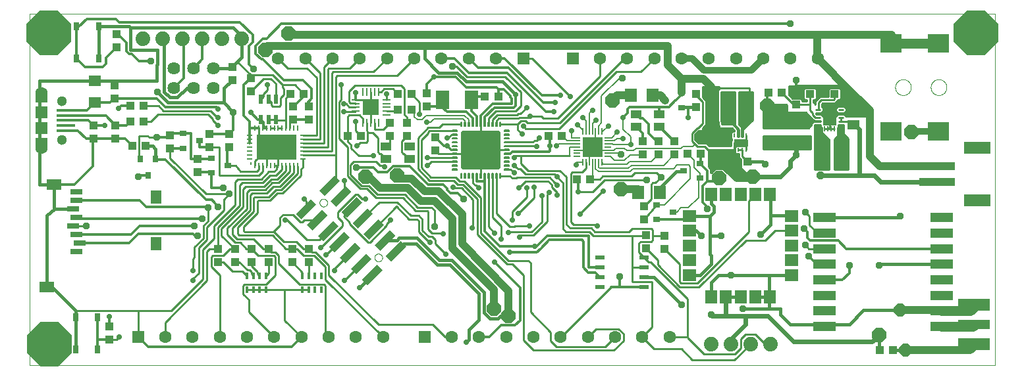
<source format=gtl>
G75*
%MOIN*%
%OFA0B0*%
%FSLAX25Y25*%
%IPPOS*%
%LPD*%
%AMOC8*
5,1,8,0,0,1.08239X$1,22.5*
%
%ADD10C,0.00000*%
%ADD11R,0.04331X0.03937*%
%ADD12R,0.07087X0.06299*%
%ADD13R,0.06299X0.07087*%
%ADD14C,0.06400*%
%ADD15C,0.07400*%
%ADD16R,0.06299X0.06299*%
%ADD17C,0.06299*%
%ADD18R,0.18110X0.03937*%
%ADD19R,0.13386X0.06299*%
%ADD20R,0.03543X0.03150*%
%ADD21R,0.03150X0.03543*%
%ADD22R,0.03937X0.04331*%
%ADD23R,0.04724X0.02362*%
%ADD24R,0.07480X0.05512*%
%ADD25R,0.05512X0.07087*%
%ADD26R,0.05906X0.02756*%
%ADD27R,0.00984X0.01969*%
%ADD28R,0.06299X0.03543*%
%ADD29R,0.00984X0.02756*%
%ADD30R,0.02756X0.00984*%
%ADD31R,0.20472X0.12598*%
%ADD32R,0.00886X0.01673*%
%ADD33R,0.11811X0.04724*%
%ADD34R,0.00787X0.03346*%
%ADD35R,0.03346X0.00787*%
%ADD36R,0.10433X0.10433*%
%ADD37R,0.16000X0.06000*%
%ADD38R,0.16000X0.05000*%
%ADD39R,0.11024X0.09449*%
%ADD40R,0.03858X0.14567*%
%ADD41R,0.05906X0.05118*%
%ADD42R,0.05906X0.07087*%
%ADD43R,0.07087X0.05906*%
%ADD44C,0.00591*%
%ADD45C,0.01969*%
%ADD46R,0.02559X0.04134*%
%ADD47R,0.02165X0.04724*%
%ADD48R,0.01600X0.03200*%
%ADD49R,0.06299X0.05512*%
%ADD50R,0.00984X0.03937*%
%ADD51R,0.03937X0.00984*%
%ADD52R,0.07874X0.07874*%
%ADD53R,0.09252X0.01772*%
%ADD54C,0.05118*%
%ADD55R,0.06102X0.05906*%
%ADD56R,0.06693X0.09449*%
%ADD57R,0.05512X0.04331*%
%ADD58R,0.03937X0.10827*%
%ADD59R,0.05906X0.14173*%
%ADD60C,0.01102*%
%ADD61R,0.06535X0.08465*%
%ADD62C,0.03150*%
%ADD63R,0.00906X0.03150*%
%ADD64C,0.01000*%
%ADD65C,0.01200*%
%ADD66OC8,0.03543*%
%ADD67C,0.00800*%
%ADD68OC8,0.02559*%
%ADD69C,0.01600*%
%ADD70C,0.00787*%
%ADD71C,0.02400*%
%ADD72C,0.05000*%
%ADD73OC8,0.07087*%
%ADD74C,0.04000*%
%ADD75OC8,0.06378*%
%ADD76C,0.00600*%
%ADD77OC8,0.03898*%
%ADD78C,0.03200*%
%ADD79OC8,0.22500*%
D10*
X0016619Y0009875D02*
X0016619Y0188103D01*
X0505119Y0188103D01*
X0505320Y0188103D02*
X0505320Y0009875D01*
X0016619Y0009875D01*
X0191362Y0064373D02*
X0191364Y0064461D01*
X0191370Y0064549D01*
X0191380Y0064637D01*
X0191394Y0064725D01*
X0191411Y0064811D01*
X0191433Y0064897D01*
X0191458Y0064981D01*
X0191488Y0065065D01*
X0191520Y0065147D01*
X0191557Y0065227D01*
X0191597Y0065306D01*
X0191641Y0065383D01*
X0191688Y0065458D01*
X0191738Y0065530D01*
X0191792Y0065601D01*
X0191848Y0065668D01*
X0191908Y0065734D01*
X0191970Y0065796D01*
X0192036Y0065856D01*
X0192103Y0065912D01*
X0192174Y0065966D01*
X0192246Y0066016D01*
X0192321Y0066063D01*
X0192398Y0066107D01*
X0192477Y0066147D01*
X0192557Y0066184D01*
X0192639Y0066216D01*
X0192723Y0066246D01*
X0192807Y0066271D01*
X0192893Y0066293D01*
X0192979Y0066310D01*
X0193067Y0066324D01*
X0193155Y0066334D01*
X0193243Y0066340D01*
X0193331Y0066342D01*
X0193419Y0066340D01*
X0193507Y0066334D01*
X0193595Y0066324D01*
X0193683Y0066310D01*
X0193769Y0066293D01*
X0193855Y0066271D01*
X0193939Y0066246D01*
X0194023Y0066216D01*
X0194105Y0066184D01*
X0194185Y0066147D01*
X0194264Y0066107D01*
X0194341Y0066063D01*
X0194416Y0066016D01*
X0194488Y0065966D01*
X0194559Y0065912D01*
X0194626Y0065856D01*
X0194692Y0065796D01*
X0194754Y0065734D01*
X0194814Y0065668D01*
X0194870Y0065601D01*
X0194924Y0065530D01*
X0194974Y0065458D01*
X0195021Y0065383D01*
X0195065Y0065306D01*
X0195105Y0065227D01*
X0195142Y0065147D01*
X0195174Y0065065D01*
X0195204Y0064981D01*
X0195229Y0064897D01*
X0195251Y0064811D01*
X0195268Y0064725D01*
X0195282Y0064637D01*
X0195292Y0064549D01*
X0195298Y0064461D01*
X0195300Y0064373D01*
X0195298Y0064285D01*
X0195292Y0064197D01*
X0195282Y0064109D01*
X0195268Y0064021D01*
X0195251Y0063935D01*
X0195229Y0063849D01*
X0195204Y0063765D01*
X0195174Y0063681D01*
X0195142Y0063599D01*
X0195105Y0063519D01*
X0195065Y0063440D01*
X0195021Y0063363D01*
X0194974Y0063288D01*
X0194924Y0063216D01*
X0194870Y0063145D01*
X0194814Y0063078D01*
X0194754Y0063012D01*
X0194692Y0062950D01*
X0194626Y0062890D01*
X0194559Y0062834D01*
X0194488Y0062780D01*
X0194416Y0062730D01*
X0194341Y0062683D01*
X0194264Y0062639D01*
X0194185Y0062599D01*
X0194105Y0062562D01*
X0194023Y0062530D01*
X0193939Y0062500D01*
X0193855Y0062475D01*
X0193769Y0062453D01*
X0193683Y0062436D01*
X0193595Y0062422D01*
X0193507Y0062412D01*
X0193419Y0062406D01*
X0193331Y0062404D01*
X0193243Y0062406D01*
X0193155Y0062412D01*
X0193067Y0062422D01*
X0192979Y0062436D01*
X0192893Y0062453D01*
X0192807Y0062475D01*
X0192723Y0062500D01*
X0192639Y0062530D01*
X0192557Y0062562D01*
X0192477Y0062599D01*
X0192398Y0062639D01*
X0192321Y0062683D01*
X0192246Y0062730D01*
X0192174Y0062780D01*
X0192103Y0062834D01*
X0192036Y0062890D01*
X0191970Y0062950D01*
X0191908Y0063012D01*
X0191848Y0063078D01*
X0191792Y0063145D01*
X0191738Y0063216D01*
X0191688Y0063288D01*
X0191641Y0063363D01*
X0191597Y0063440D01*
X0191557Y0063519D01*
X0191520Y0063599D01*
X0191488Y0063681D01*
X0191458Y0063765D01*
X0191433Y0063849D01*
X0191411Y0063935D01*
X0191394Y0064021D01*
X0191380Y0064109D01*
X0191370Y0064197D01*
X0191364Y0064285D01*
X0191362Y0064373D01*
X0163523Y0092212D02*
X0163525Y0092300D01*
X0163531Y0092388D01*
X0163541Y0092476D01*
X0163555Y0092564D01*
X0163572Y0092650D01*
X0163594Y0092736D01*
X0163619Y0092820D01*
X0163649Y0092904D01*
X0163681Y0092986D01*
X0163718Y0093066D01*
X0163758Y0093145D01*
X0163802Y0093222D01*
X0163849Y0093297D01*
X0163899Y0093369D01*
X0163953Y0093440D01*
X0164009Y0093507D01*
X0164069Y0093573D01*
X0164131Y0093635D01*
X0164197Y0093695D01*
X0164264Y0093751D01*
X0164335Y0093805D01*
X0164407Y0093855D01*
X0164482Y0093902D01*
X0164559Y0093946D01*
X0164638Y0093986D01*
X0164718Y0094023D01*
X0164800Y0094055D01*
X0164884Y0094085D01*
X0164968Y0094110D01*
X0165054Y0094132D01*
X0165140Y0094149D01*
X0165228Y0094163D01*
X0165316Y0094173D01*
X0165404Y0094179D01*
X0165492Y0094181D01*
X0165580Y0094179D01*
X0165668Y0094173D01*
X0165756Y0094163D01*
X0165844Y0094149D01*
X0165930Y0094132D01*
X0166016Y0094110D01*
X0166100Y0094085D01*
X0166184Y0094055D01*
X0166266Y0094023D01*
X0166346Y0093986D01*
X0166425Y0093946D01*
X0166502Y0093902D01*
X0166577Y0093855D01*
X0166649Y0093805D01*
X0166720Y0093751D01*
X0166787Y0093695D01*
X0166853Y0093635D01*
X0166915Y0093573D01*
X0166975Y0093507D01*
X0167031Y0093440D01*
X0167085Y0093369D01*
X0167135Y0093297D01*
X0167182Y0093222D01*
X0167226Y0093145D01*
X0167266Y0093066D01*
X0167303Y0092986D01*
X0167335Y0092904D01*
X0167365Y0092820D01*
X0167390Y0092736D01*
X0167412Y0092650D01*
X0167429Y0092564D01*
X0167443Y0092476D01*
X0167453Y0092388D01*
X0167459Y0092300D01*
X0167461Y0092212D01*
X0167459Y0092124D01*
X0167453Y0092036D01*
X0167443Y0091948D01*
X0167429Y0091860D01*
X0167412Y0091774D01*
X0167390Y0091688D01*
X0167365Y0091604D01*
X0167335Y0091520D01*
X0167303Y0091438D01*
X0167266Y0091358D01*
X0167226Y0091279D01*
X0167182Y0091202D01*
X0167135Y0091127D01*
X0167085Y0091055D01*
X0167031Y0090984D01*
X0166975Y0090917D01*
X0166915Y0090851D01*
X0166853Y0090789D01*
X0166787Y0090729D01*
X0166720Y0090673D01*
X0166649Y0090619D01*
X0166577Y0090569D01*
X0166502Y0090522D01*
X0166425Y0090478D01*
X0166346Y0090438D01*
X0166266Y0090401D01*
X0166184Y0090369D01*
X0166100Y0090339D01*
X0166016Y0090314D01*
X0165930Y0090292D01*
X0165844Y0090275D01*
X0165756Y0090261D01*
X0165668Y0090251D01*
X0165580Y0090245D01*
X0165492Y0090243D01*
X0165404Y0090245D01*
X0165316Y0090251D01*
X0165228Y0090261D01*
X0165140Y0090275D01*
X0165054Y0090292D01*
X0164968Y0090314D01*
X0164884Y0090339D01*
X0164800Y0090369D01*
X0164718Y0090401D01*
X0164638Y0090438D01*
X0164559Y0090478D01*
X0164482Y0090522D01*
X0164407Y0090569D01*
X0164335Y0090619D01*
X0164264Y0090673D01*
X0164197Y0090729D01*
X0164131Y0090789D01*
X0164069Y0090851D01*
X0164009Y0090917D01*
X0163953Y0090984D01*
X0163899Y0091055D01*
X0163849Y0091127D01*
X0163802Y0091202D01*
X0163758Y0091279D01*
X0163718Y0091358D01*
X0163681Y0091438D01*
X0163649Y0091520D01*
X0163619Y0091604D01*
X0163594Y0091688D01*
X0163572Y0091774D01*
X0163555Y0091860D01*
X0163541Y0091948D01*
X0163531Y0092036D01*
X0163525Y0092124D01*
X0163523Y0092212D01*
X0454931Y0150813D02*
X0454933Y0150939D01*
X0454939Y0151065D01*
X0454949Y0151191D01*
X0454963Y0151317D01*
X0454981Y0151442D01*
X0455003Y0151566D01*
X0455028Y0151690D01*
X0455058Y0151813D01*
X0455091Y0151934D01*
X0455129Y0152055D01*
X0455170Y0152174D01*
X0455215Y0152293D01*
X0455263Y0152409D01*
X0455315Y0152524D01*
X0455371Y0152637D01*
X0455431Y0152749D01*
X0455494Y0152858D01*
X0455560Y0152966D01*
X0455629Y0153071D01*
X0455702Y0153174D01*
X0455779Y0153275D01*
X0455858Y0153373D01*
X0455940Y0153469D01*
X0456026Y0153562D01*
X0456114Y0153653D01*
X0456205Y0153740D01*
X0456299Y0153825D01*
X0456395Y0153906D01*
X0456494Y0153985D01*
X0456595Y0154060D01*
X0456699Y0154132D01*
X0456805Y0154201D01*
X0456913Y0154267D01*
X0457023Y0154329D01*
X0457135Y0154387D01*
X0457248Y0154442D01*
X0457364Y0154493D01*
X0457481Y0154541D01*
X0457599Y0154585D01*
X0457719Y0154625D01*
X0457840Y0154661D01*
X0457962Y0154694D01*
X0458085Y0154723D01*
X0458209Y0154747D01*
X0458333Y0154768D01*
X0458458Y0154785D01*
X0458584Y0154798D01*
X0458710Y0154807D01*
X0458836Y0154812D01*
X0458963Y0154813D01*
X0459089Y0154810D01*
X0459215Y0154803D01*
X0459341Y0154792D01*
X0459466Y0154777D01*
X0459591Y0154758D01*
X0459715Y0154735D01*
X0459839Y0154709D01*
X0459961Y0154678D01*
X0460083Y0154644D01*
X0460203Y0154605D01*
X0460322Y0154563D01*
X0460440Y0154518D01*
X0460556Y0154468D01*
X0460671Y0154415D01*
X0460783Y0154358D01*
X0460894Y0154298D01*
X0461003Y0154234D01*
X0461110Y0154167D01*
X0461215Y0154097D01*
X0461318Y0154023D01*
X0461418Y0153946D01*
X0461516Y0153866D01*
X0461611Y0153783D01*
X0461703Y0153697D01*
X0461793Y0153608D01*
X0461880Y0153516D01*
X0461963Y0153422D01*
X0462044Y0153325D01*
X0462122Y0153225D01*
X0462197Y0153123D01*
X0462268Y0153019D01*
X0462336Y0152912D01*
X0462400Y0152804D01*
X0462461Y0152693D01*
X0462519Y0152581D01*
X0462573Y0152467D01*
X0462623Y0152351D01*
X0462670Y0152234D01*
X0462713Y0152115D01*
X0462752Y0151995D01*
X0462788Y0151874D01*
X0462819Y0151751D01*
X0462847Y0151628D01*
X0462871Y0151504D01*
X0462891Y0151379D01*
X0462907Y0151254D01*
X0462919Y0151128D01*
X0462927Y0151002D01*
X0462931Y0150876D01*
X0462931Y0150750D01*
X0462927Y0150624D01*
X0462919Y0150498D01*
X0462907Y0150372D01*
X0462891Y0150247D01*
X0462871Y0150122D01*
X0462847Y0149998D01*
X0462819Y0149875D01*
X0462788Y0149752D01*
X0462752Y0149631D01*
X0462713Y0149511D01*
X0462670Y0149392D01*
X0462623Y0149275D01*
X0462573Y0149159D01*
X0462519Y0149045D01*
X0462461Y0148933D01*
X0462400Y0148822D01*
X0462336Y0148714D01*
X0462268Y0148607D01*
X0462197Y0148503D01*
X0462122Y0148401D01*
X0462044Y0148301D01*
X0461963Y0148204D01*
X0461880Y0148110D01*
X0461793Y0148018D01*
X0461703Y0147929D01*
X0461611Y0147843D01*
X0461516Y0147760D01*
X0461418Y0147680D01*
X0461318Y0147603D01*
X0461215Y0147529D01*
X0461110Y0147459D01*
X0461003Y0147392D01*
X0460894Y0147328D01*
X0460783Y0147268D01*
X0460671Y0147211D01*
X0460556Y0147158D01*
X0460440Y0147108D01*
X0460322Y0147063D01*
X0460203Y0147021D01*
X0460083Y0146982D01*
X0459961Y0146948D01*
X0459839Y0146917D01*
X0459715Y0146891D01*
X0459591Y0146868D01*
X0459466Y0146849D01*
X0459341Y0146834D01*
X0459215Y0146823D01*
X0459089Y0146816D01*
X0458963Y0146813D01*
X0458836Y0146814D01*
X0458710Y0146819D01*
X0458584Y0146828D01*
X0458458Y0146841D01*
X0458333Y0146858D01*
X0458209Y0146879D01*
X0458085Y0146903D01*
X0457962Y0146932D01*
X0457840Y0146965D01*
X0457719Y0147001D01*
X0457599Y0147041D01*
X0457481Y0147085D01*
X0457364Y0147133D01*
X0457248Y0147184D01*
X0457135Y0147239D01*
X0457023Y0147297D01*
X0456913Y0147359D01*
X0456805Y0147425D01*
X0456699Y0147494D01*
X0456595Y0147566D01*
X0456494Y0147641D01*
X0456395Y0147720D01*
X0456299Y0147801D01*
X0456205Y0147886D01*
X0456114Y0147973D01*
X0456026Y0148064D01*
X0455940Y0148157D01*
X0455858Y0148253D01*
X0455779Y0148351D01*
X0455702Y0148452D01*
X0455629Y0148555D01*
X0455560Y0148660D01*
X0455494Y0148768D01*
X0455431Y0148877D01*
X0455371Y0148989D01*
X0455315Y0149102D01*
X0455263Y0149217D01*
X0455215Y0149333D01*
X0455170Y0149452D01*
X0455129Y0149571D01*
X0455091Y0149692D01*
X0455058Y0149813D01*
X0455028Y0149936D01*
X0455003Y0150060D01*
X0454981Y0150184D01*
X0454963Y0150309D01*
X0454949Y0150435D01*
X0454939Y0150561D01*
X0454933Y0150687D01*
X0454931Y0150813D01*
X0472931Y0150813D02*
X0472933Y0150939D01*
X0472939Y0151065D01*
X0472949Y0151191D01*
X0472963Y0151317D01*
X0472981Y0151442D01*
X0473003Y0151566D01*
X0473028Y0151690D01*
X0473058Y0151813D01*
X0473091Y0151934D01*
X0473129Y0152055D01*
X0473170Y0152174D01*
X0473215Y0152293D01*
X0473263Y0152409D01*
X0473315Y0152524D01*
X0473371Y0152637D01*
X0473431Y0152749D01*
X0473494Y0152858D01*
X0473560Y0152966D01*
X0473629Y0153071D01*
X0473702Y0153174D01*
X0473779Y0153275D01*
X0473858Y0153373D01*
X0473940Y0153469D01*
X0474026Y0153562D01*
X0474114Y0153653D01*
X0474205Y0153740D01*
X0474299Y0153825D01*
X0474395Y0153906D01*
X0474494Y0153985D01*
X0474595Y0154060D01*
X0474699Y0154132D01*
X0474805Y0154201D01*
X0474913Y0154267D01*
X0475023Y0154329D01*
X0475135Y0154387D01*
X0475248Y0154442D01*
X0475364Y0154493D01*
X0475481Y0154541D01*
X0475599Y0154585D01*
X0475719Y0154625D01*
X0475840Y0154661D01*
X0475962Y0154694D01*
X0476085Y0154723D01*
X0476209Y0154747D01*
X0476333Y0154768D01*
X0476458Y0154785D01*
X0476584Y0154798D01*
X0476710Y0154807D01*
X0476836Y0154812D01*
X0476963Y0154813D01*
X0477089Y0154810D01*
X0477215Y0154803D01*
X0477341Y0154792D01*
X0477466Y0154777D01*
X0477591Y0154758D01*
X0477715Y0154735D01*
X0477839Y0154709D01*
X0477961Y0154678D01*
X0478083Y0154644D01*
X0478203Y0154605D01*
X0478322Y0154563D01*
X0478440Y0154518D01*
X0478556Y0154468D01*
X0478671Y0154415D01*
X0478783Y0154358D01*
X0478894Y0154298D01*
X0479003Y0154234D01*
X0479110Y0154167D01*
X0479215Y0154097D01*
X0479318Y0154023D01*
X0479418Y0153946D01*
X0479516Y0153866D01*
X0479611Y0153783D01*
X0479703Y0153697D01*
X0479793Y0153608D01*
X0479880Y0153516D01*
X0479963Y0153422D01*
X0480044Y0153325D01*
X0480122Y0153225D01*
X0480197Y0153123D01*
X0480268Y0153019D01*
X0480336Y0152912D01*
X0480400Y0152804D01*
X0480461Y0152693D01*
X0480519Y0152581D01*
X0480573Y0152467D01*
X0480623Y0152351D01*
X0480670Y0152234D01*
X0480713Y0152115D01*
X0480752Y0151995D01*
X0480788Y0151874D01*
X0480819Y0151751D01*
X0480847Y0151628D01*
X0480871Y0151504D01*
X0480891Y0151379D01*
X0480907Y0151254D01*
X0480919Y0151128D01*
X0480927Y0151002D01*
X0480931Y0150876D01*
X0480931Y0150750D01*
X0480927Y0150624D01*
X0480919Y0150498D01*
X0480907Y0150372D01*
X0480891Y0150247D01*
X0480871Y0150122D01*
X0480847Y0149998D01*
X0480819Y0149875D01*
X0480788Y0149752D01*
X0480752Y0149631D01*
X0480713Y0149511D01*
X0480670Y0149392D01*
X0480623Y0149275D01*
X0480573Y0149159D01*
X0480519Y0149045D01*
X0480461Y0148933D01*
X0480400Y0148822D01*
X0480336Y0148714D01*
X0480268Y0148607D01*
X0480197Y0148503D01*
X0480122Y0148401D01*
X0480044Y0148301D01*
X0479963Y0148204D01*
X0479880Y0148110D01*
X0479793Y0148018D01*
X0479703Y0147929D01*
X0479611Y0147843D01*
X0479516Y0147760D01*
X0479418Y0147680D01*
X0479318Y0147603D01*
X0479215Y0147529D01*
X0479110Y0147459D01*
X0479003Y0147392D01*
X0478894Y0147328D01*
X0478783Y0147268D01*
X0478671Y0147211D01*
X0478556Y0147158D01*
X0478440Y0147108D01*
X0478322Y0147063D01*
X0478203Y0147021D01*
X0478083Y0146982D01*
X0477961Y0146948D01*
X0477839Y0146917D01*
X0477715Y0146891D01*
X0477591Y0146868D01*
X0477466Y0146849D01*
X0477341Y0146834D01*
X0477215Y0146823D01*
X0477089Y0146816D01*
X0476963Y0146813D01*
X0476836Y0146814D01*
X0476710Y0146819D01*
X0476584Y0146828D01*
X0476458Y0146841D01*
X0476333Y0146858D01*
X0476209Y0146879D01*
X0476085Y0146903D01*
X0475962Y0146932D01*
X0475840Y0146965D01*
X0475719Y0147001D01*
X0475599Y0147041D01*
X0475481Y0147085D01*
X0475364Y0147133D01*
X0475248Y0147184D01*
X0475135Y0147239D01*
X0475023Y0147297D01*
X0474913Y0147359D01*
X0474805Y0147425D01*
X0474699Y0147494D01*
X0474595Y0147566D01*
X0474494Y0147641D01*
X0474395Y0147720D01*
X0474299Y0147801D01*
X0474205Y0147886D01*
X0474114Y0147973D01*
X0474026Y0148064D01*
X0473940Y0148157D01*
X0473858Y0148253D01*
X0473779Y0148351D01*
X0473702Y0148452D01*
X0473629Y0148555D01*
X0473560Y0148660D01*
X0473494Y0148768D01*
X0473431Y0148877D01*
X0473371Y0148989D01*
X0473315Y0149102D01*
X0473263Y0149217D01*
X0473215Y0149333D01*
X0473170Y0149452D01*
X0473129Y0149571D01*
X0473091Y0149692D01*
X0473058Y0149813D01*
X0473028Y0149936D01*
X0473003Y0150060D01*
X0472981Y0150184D01*
X0472963Y0150309D01*
X0472949Y0150435D01*
X0472939Y0150561D01*
X0472933Y0150687D01*
X0472931Y0150813D01*
D11*
X0430965Y0147500D03*
X0424272Y0147500D03*
X0418465Y0147500D03*
X0411772Y0147500D03*
X0404619Y0148846D03*
X0404619Y0142154D03*
X0354119Y0140904D03*
X0354119Y0147596D03*
X0343119Y0123346D03*
X0335119Y0123346D03*
X0327119Y0123346D03*
X0327119Y0116654D03*
X0335119Y0116654D03*
X0343119Y0116654D03*
X0373272Y0113250D03*
X0379965Y0113250D03*
X0327619Y0090346D03*
X0327619Y0083654D03*
X0328619Y0075846D03*
X0338119Y0075346D03*
X0328619Y0069154D03*
X0338119Y0068654D03*
X0447022Y0017375D03*
X0453715Y0017375D03*
X0158119Y0062154D03*
X0149619Y0062154D03*
X0137619Y0062154D03*
X0129119Y0062154D03*
X0120619Y0062154D03*
X0112119Y0062154D03*
X0112119Y0068846D03*
X0120619Y0068846D03*
X0129119Y0068846D03*
X0137619Y0068846D03*
X0149619Y0068846D03*
X0158119Y0068846D03*
X0101619Y0107779D03*
X0101619Y0114471D03*
X0087869Y0119654D03*
X0107869Y0120279D03*
X0117869Y0120279D03*
X0117869Y0126971D03*
X0107869Y0126971D03*
X0087869Y0126346D03*
X0150119Y0134404D03*
X0158119Y0134404D03*
X0158119Y0141096D03*
X0150119Y0141096D03*
X0148772Y0147500D03*
X0155465Y0147500D03*
X0199119Y0132846D03*
X0207619Y0132846D03*
X0207619Y0126154D03*
X0199119Y0126154D03*
X0184465Y0126000D03*
X0177772Y0126000D03*
X0247272Y0146000D03*
X0253965Y0146000D03*
X0060619Y0171154D03*
X0060619Y0177846D03*
X0057119Y0029346D03*
X0057119Y0022654D03*
D12*
X0366619Y0113738D03*
X0392119Y0122988D03*
X0400119Y0122988D03*
X0408119Y0122988D03*
X0408119Y0134012D03*
X0400119Y0134012D03*
X0392119Y0134012D03*
X0366619Y0124762D03*
D13*
X0332131Y0146750D03*
X0321107Y0146750D03*
X0324857Y0097500D03*
X0335881Y0097500D03*
D14*
X0109619Y0150500D03*
X0099619Y0150500D03*
X0089619Y0150500D03*
X0089619Y0160500D03*
X0099619Y0160500D03*
X0109619Y0160500D03*
D15*
X0114119Y0175500D03*
X0124119Y0175500D03*
X0104119Y0175500D03*
X0094119Y0175500D03*
X0084119Y0175500D03*
X0074119Y0175500D03*
X0361619Y0020500D03*
X0371619Y0020500D03*
X0381619Y0020500D03*
X0391619Y0020500D03*
D16*
X0216619Y0024000D03*
X0071619Y0024000D03*
X0266619Y0165500D03*
X0291619Y0165500D03*
D17*
X0305398Y0165500D03*
X0319178Y0165500D03*
X0332957Y0165500D03*
X0346737Y0165500D03*
X0360516Y0165500D03*
X0374296Y0165500D03*
X0388075Y0165500D03*
X0401855Y0165500D03*
X0415634Y0165500D03*
X0252839Y0165500D03*
X0239060Y0165500D03*
X0225280Y0165500D03*
X0211501Y0165500D03*
X0197721Y0165500D03*
X0183942Y0165500D03*
X0170162Y0165500D03*
X0156383Y0165500D03*
X0142603Y0165500D03*
X0022619Y0147780D03*
X0022619Y0120220D03*
X0085398Y0024000D03*
X0099178Y0024000D03*
X0112957Y0024000D03*
X0126737Y0024000D03*
X0140516Y0024000D03*
X0154296Y0024000D03*
X0168075Y0024000D03*
X0181855Y0024000D03*
X0195634Y0024000D03*
X0230398Y0024000D03*
X0244178Y0024000D03*
X0257957Y0024000D03*
X0271737Y0024000D03*
X0285516Y0024000D03*
X0299296Y0024000D03*
X0313075Y0024000D03*
X0326855Y0024000D03*
X0340634Y0024000D03*
D18*
X0476114Y0102813D03*
X0476114Y0110687D03*
D19*
X0496587Y0120136D03*
X0496587Y0093364D03*
D20*
X0356056Y0104760D03*
X0347788Y0108500D03*
X0356056Y0112240D03*
X0334182Y0091240D03*
X0342449Y0087500D03*
X0334182Y0083760D03*
X0346806Y0140510D03*
X0338538Y0144250D03*
X0346806Y0147990D03*
X0117199Y0111125D03*
X0108932Y0107385D03*
X0108932Y0114865D03*
X0094557Y0119885D03*
X0102824Y0123625D03*
X0094557Y0127365D03*
D21*
X0080359Y0114437D03*
X0072879Y0114437D03*
X0076619Y0106169D03*
D22*
X0075465Y0121000D03*
X0068772Y0121000D03*
X0060119Y0124654D03*
X0049119Y0124654D03*
X0049119Y0131346D03*
X0060119Y0131346D03*
X0067772Y0133500D03*
X0074465Y0133500D03*
X0074465Y0141500D03*
X0067772Y0141500D03*
X0059619Y0145154D03*
X0059619Y0151846D03*
X0119369Y0154529D03*
X0128619Y0155346D03*
X0119369Y0161221D03*
X0128619Y0148654D03*
X0203272Y0147500D03*
X0209965Y0147500D03*
X0217619Y0147846D03*
X0217619Y0141154D03*
X0209965Y0139500D03*
X0203272Y0139500D03*
X0222119Y0125346D03*
X0222119Y0118654D03*
X0279522Y0126125D03*
X0286215Y0126125D03*
X0293897Y0104250D03*
X0300590Y0104250D03*
X0349772Y0117250D03*
X0356465Y0117250D03*
X0390772Y0148250D03*
X0397465Y0148250D03*
D23*
X0327642Y0064500D03*
X0327642Y0059500D03*
X0327642Y0054500D03*
X0327642Y0049500D03*
X0305595Y0049500D03*
X0305595Y0054500D03*
X0305595Y0059500D03*
X0305595Y0064500D03*
D24*
X0029062Y0101425D03*
X0025518Y0049457D03*
D25*
X0080636Y0071504D03*
X0080636Y0095126D03*
D26*
X0040479Y0093551D03*
X0040479Y0097882D03*
X0038904Y0089220D03*
X0040479Y0084890D03*
X0038904Y0080559D03*
X0040479Y0076228D03*
X0042054Y0071898D03*
X0040479Y0067567D03*
D27*
X0373416Y0119010D03*
X0375384Y0119010D03*
X0377353Y0119010D03*
X0379321Y0119010D03*
X0379321Y0126490D03*
X0377353Y0126490D03*
X0375384Y0126490D03*
X0373416Y0126490D03*
D28*
X0376369Y0122750D03*
D29*
X0152446Y0129949D03*
X0150477Y0129949D03*
X0148509Y0129949D03*
X0146540Y0129949D03*
X0144571Y0129949D03*
X0142603Y0129949D03*
X0140634Y0129949D03*
X0138666Y0129949D03*
X0136697Y0129949D03*
X0134729Y0129949D03*
X0132760Y0129949D03*
X0130792Y0129949D03*
X0130792Y0111051D03*
X0132760Y0111051D03*
X0134729Y0111051D03*
X0136697Y0111051D03*
X0138666Y0111051D03*
X0140634Y0111051D03*
X0142603Y0111051D03*
X0144571Y0111051D03*
X0146540Y0111051D03*
X0148509Y0111051D03*
X0150477Y0111051D03*
X0152446Y0111051D03*
D30*
X0155005Y0114594D03*
X0155005Y0116563D03*
X0155005Y0118531D03*
X0155005Y0120500D03*
X0155005Y0122469D03*
X0155005Y0124437D03*
X0155005Y0126406D03*
X0128233Y0126406D03*
X0128233Y0124437D03*
X0128233Y0122469D03*
X0128233Y0120500D03*
X0128233Y0118531D03*
X0128233Y0116563D03*
X0128233Y0114594D03*
D31*
X0141619Y0120500D03*
D32*
X0128774Y0111986D03*
D33*
X0419279Y0084622D03*
X0419279Y0076748D03*
X0419279Y0068874D03*
X0419279Y0061000D03*
X0419279Y0053125D03*
X0419279Y0045251D03*
X0419279Y0037377D03*
X0419279Y0029503D03*
X0478334Y0029503D03*
X0478334Y0037377D03*
X0478334Y0045251D03*
X0478334Y0053125D03*
X0478334Y0061000D03*
X0478334Y0068874D03*
X0478334Y0076748D03*
X0478334Y0084622D03*
D34*
X0306343Y0112724D03*
X0304768Y0112724D03*
X0303194Y0112724D03*
X0301619Y0112724D03*
X0300044Y0112724D03*
X0298469Y0112724D03*
X0296894Y0112724D03*
X0296894Y0128276D03*
X0298469Y0128276D03*
X0300044Y0128276D03*
X0301619Y0128276D03*
X0303194Y0128276D03*
X0304768Y0128276D03*
X0306343Y0128276D03*
D35*
X0309394Y0125224D03*
X0309394Y0123650D03*
X0309394Y0122075D03*
X0309394Y0120500D03*
X0309394Y0118925D03*
X0309394Y0117350D03*
X0309394Y0115776D03*
X0293843Y0115776D03*
X0293843Y0117350D03*
X0293843Y0118925D03*
X0293843Y0120500D03*
X0293843Y0122075D03*
X0293843Y0123650D03*
X0293843Y0125224D03*
D36*
X0301619Y0120500D03*
D37*
X0494869Y0040500D03*
X0494869Y0020500D03*
D38*
X0494869Y0030500D03*
D39*
X0476931Y0128372D03*
X0452915Y0128372D03*
X0452915Y0173253D03*
X0476931Y0173253D03*
D40*
X0427784Y0117500D03*
X0418453Y0117500D03*
D41*
X0433619Y0131760D03*
X0433619Y0139240D03*
D42*
X0391579Y0096484D03*
X0384099Y0096484D03*
X0376619Y0096484D03*
X0369138Y0096484D03*
X0361658Y0096484D03*
X0361658Y0044516D03*
X0369138Y0044516D03*
X0376619Y0044516D03*
X0384099Y0044516D03*
X0391579Y0044516D03*
D43*
X0402603Y0055539D03*
X0402603Y0063020D03*
X0402603Y0070500D03*
X0402603Y0077980D03*
X0402603Y0085461D03*
X0350634Y0085461D03*
X0350634Y0077980D03*
X0350634Y0070500D03*
X0350634Y0063020D03*
X0350634Y0055539D03*
D44*
X0254666Y0104826D02*
X0254666Y0106992D01*
X0255256Y0106992D01*
X0255256Y0104826D01*
X0254666Y0104826D01*
X0254666Y0105416D02*
X0255256Y0105416D01*
X0255256Y0106006D02*
X0254666Y0106006D01*
X0254666Y0106596D02*
X0255256Y0106596D01*
X0252698Y0106992D02*
X0252698Y0104826D01*
X0252698Y0106992D02*
X0253288Y0106992D01*
X0253288Y0104826D01*
X0252698Y0104826D01*
X0252698Y0105416D02*
X0253288Y0105416D01*
X0253288Y0106006D02*
X0252698Y0106006D01*
X0252698Y0106596D02*
X0253288Y0106596D01*
X0250729Y0106992D02*
X0250729Y0104826D01*
X0250729Y0106992D02*
X0251319Y0106992D01*
X0251319Y0104826D01*
X0250729Y0104826D01*
X0250729Y0105416D02*
X0251319Y0105416D01*
X0251319Y0106006D02*
X0250729Y0106006D01*
X0250729Y0106596D02*
X0251319Y0106596D01*
X0248761Y0106992D02*
X0248761Y0104826D01*
X0248761Y0106992D02*
X0249351Y0106992D01*
X0249351Y0104826D01*
X0248761Y0104826D01*
X0248761Y0105416D02*
X0249351Y0105416D01*
X0249351Y0106006D02*
X0248761Y0106006D01*
X0248761Y0106596D02*
X0249351Y0106596D01*
X0246792Y0106992D02*
X0246792Y0104826D01*
X0246792Y0106992D02*
X0247382Y0106992D01*
X0247382Y0104826D01*
X0246792Y0104826D01*
X0246792Y0105416D02*
X0247382Y0105416D01*
X0247382Y0106006D02*
X0246792Y0106006D01*
X0246792Y0106596D02*
X0247382Y0106596D01*
X0244824Y0106992D02*
X0244824Y0104826D01*
X0244824Y0106992D02*
X0245414Y0106992D01*
X0245414Y0104826D01*
X0244824Y0104826D01*
X0244824Y0105416D02*
X0245414Y0105416D01*
X0245414Y0106006D02*
X0244824Y0106006D01*
X0244824Y0106596D02*
X0245414Y0106596D01*
X0242855Y0106992D02*
X0242855Y0104826D01*
X0242855Y0106992D02*
X0243445Y0106992D01*
X0243445Y0104826D01*
X0242855Y0104826D01*
X0242855Y0105416D02*
X0243445Y0105416D01*
X0243445Y0106006D02*
X0242855Y0106006D01*
X0242855Y0106596D02*
X0243445Y0106596D01*
X0240887Y0106992D02*
X0240887Y0104826D01*
X0240887Y0106992D02*
X0241477Y0106992D01*
X0241477Y0104826D01*
X0240887Y0104826D01*
X0240887Y0105416D02*
X0241477Y0105416D01*
X0241477Y0106006D02*
X0240887Y0106006D01*
X0240887Y0106596D02*
X0241477Y0106596D01*
X0238918Y0106992D02*
X0238918Y0104826D01*
X0238918Y0106992D02*
X0239508Y0106992D01*
X0239508Y0104826D01*
X0238918Y0104826D01*
X0238918Y0105416D02*
X0239508Y0105416D01*
X0239508Y0106006D02*
X0238918Y0106006D01*
X0238918Y0106596D02*
X0239508Y0106596D01*
X0236950Y0106992D02*
X0236950Y0104826D01*
X0236950Y0106992D02*
X0237540Y0106992D01*
X0237540Y0104826D01*
X0236950Y0104826D01*
X0236950Y0105416D02*
X0237540Y0105416D01*
X0237540Y0106006D02*
X0236950Y0106006D01*
X0236950Y0106596D02*
X0237540Y0106596D01*
X0234981Y0106992D02*
X0234981Y0104826D01*
X0234981Y0106992D02*
X0235571Y0106992D01*
X0235571Y0104826D01*
X0234981Y0104826D01*
X0234981Y0105416D02*
X0235571Y0105416D01*
X0235571Y0106006D02*
X0234981Y0106006D01*
X0234981Y0106596D02*
X0235571Y0106596D01*
X0230945Y0108862D02*
X0230945Y0109452D01*
X0233111Y0109452D01*
X0233111Y0108862D01*
X0230945Y0108862D01*
X0230945Y0109452D02*
X0233111Y0109452D01*
X0230945Y0110831D02*
X0230945Y0111421D01*
X0233111Y0111421D01*
X0233111Y0110831D01*
X0230945Y0110831D01*
X0230945Y0111421D02*
X0233111Y0111421D01*
X0230945Y0112799D02*
X0230945Y0113389D01*
X0233111Y0113389D01*
X0233111Y0112799D01*
X0230945Y0112799D01*
X0230945Y0113389D02*
X0233111Y0113389D01*
X0230945Y0114768D02*
X0230945Y0115358D01*
X0233111Y0115358D01*
X0233111Y0114768D01*
X0230945Y0114768D01*
X0230945Y0115358D02*
X0233111Y0115358D01*
X0230945Y0116736D02*
X0230945Y0117326D01*
X0233111Y0117326D01*
X0233111Y0116736D01*
X0230945Y0116736D01*
X0230945Y0117326D02*
X0233111Y0117326D01*
X0230945Y0118705D02*
X0230945Y0119295D01*
X0233111Y0119295D01*
X0233111Y0118705D01*
X0230945Y0118705D01*
X0230945Y0119295D02*
X0233111Y0119295D01*
X0230945Y0120674D02*
X0230945Y0121264D01*
X0233111Y0121264D01*
X0233111Y0120674D01*
X0230945Y0120674D01*
X0230945Y0121264D02*
X0233111Y0121264D01*
X0230945Y0122642D02*
X0230945Y0123232D01*
X0233111Y0123232D01*
X0233111Y0122642D01*
X0230945Y0122642D01*
X0230945Y0123232D02*
X0233111Y0123232D01*
X0230945Y0124611D02*
X0230945Y0125201D01*
X0233111Y0125201D01*
X0233111Y0124611D01*
X0230945Y0124611D01*
X0230945Y0125201D02*
X0233111Y0125201D01*
X0230945Y0126579D02*
X0230945Y0127169D01*
X0233111Y0127169D01*
X0233111Y0126579D01*
X0230945Y0126579D01*
X0230945Y0127169D02*
X0233111Y0127169D01*
X0230945Y0128548D02*
X0230945Y0129138D01*
X0233111Y0129138D01*
X0233111Y0128548D01*
X0230945Y0128548D01*
X0230945Y0129138D02*
X0233111Y0129138D01*
X0234981Y0131008D02*
X0234981Y0133174D01*
X0235571Y0133174D01*
X0235571Y0131008D01*
X0234981Y0131008D01*
X0234981Y0131598D02*
X0235571Y0131598D01*
X0235571Y0132188D02*
X0234981Y0132188D01*
X0234981Y0132778D02*
X0235571Y0132778D01*
X0236950Y0133174D02*
X0236950Y0131008D01*
X0236950Y0133174D02*
X0237540Y0133174D01*
X0237540Y0131008D01*
X0236950Y0131008D01*
X0236950Y0131598D02*
X0237540Y0131598D01*
X0237540Y0132188D02*
X0236950Y0132188D01*
X0236950Y0132778D02*
X0237540Y0132778D01*
X0238918Y0133174D02*
X0238918Y0131008D01*
X0238918Y0133174D02*
X0239508Y0133174D01*
X0239508Y0131008D01*
X0238918Y0131008D01*
X0238918Y0131598D02*
X0239508Y0131598D01*
X0239508Y0132188D02*
X0238918Y0132188D01*
X0238918Y0132778D02*
X0239508Y0132778D01*
X0240887Y0133174D02*
X0240887Y0131008D01*
X0240887Y0133174D02*
X0241477Y0133174D01*
X0241477Y0131008D01*
X0240887Y0131008D01*
X0240887Y0131598D02*
X0241477Y0131598D01*
X0241477Y0132188D02*
X0240887Y0132188D01*
X0240887Y0132778D02*
X0241477Y0132778D01*
X0242855Y0133174D02*
X0242855Y0131008D01*
X0242855Y0133174D02*
X0243445Y0133174D01*
X0243445Y0131008D01*
X0242855Y0131008D01*
X0242855Y0131598D02*
X0243445Y0131598D01*
X0243445Y0132188D02*
X0242855Y0132188D01*
X0242855Y0132778D02*
X0243445Y0132778D01*
X0244824Y0133174D02*
X0244824Y0131008D01*
X0244824Y0133174D02*
X0245414Y0133174D01*
X0245414Y0131008D01*
X0244824Y0131008D01*
X0244824Y0131598D02*
X0245414Y0131598D01*
X0245414Y0132188D02*
X0244824Y0132188D01*
X0244824Y0132778D02*
X0245414Y0132778D01*
X0246792Y0133174D02*
X0246792Y0131008D01*
X0246792Y0133174D02*
X0247382Y0133174D01*
X0247382Y0131008D01*
X0246792Y0131008D01*
X0246792Y0131598D02*
X0247382Y0131598D01*
X0247382Y0132188D02*
X0246792Y0132188D01*
X0246792Y0132778D02*
X0247382Y0132778D01*
X0248761Y0133174D02*
X0248761Y0131008D01*
X0248761Y0133174D02*
X0249351Y0133174D01*
X0249351Y0131008D01*
X0248761Y0131008D01*
X0248761Y0131598D02*
X0249351Y0131598D01*
X0249351Y0132188D02*
X0248761Y0132188D01*
X0248761Y0132778D02*
X0249351Y0132778D01*
X0250729Y0133174D02*
X0250729Y0131008D01*
X0250729Y0133174D02*
X0251319Y0133174D01*
X0251319Y0131008D01*
X0250729Y0131008D01*
X0250729Y0131598D02*
X0251319Y0131598D01*
X0251319Y0132188D02*
X0250729Y0132188D01*
X0250729Y0132778D02*
X0251319Y0132778D01*
X0252698Y0133174D02*
X0252698Y0131008D01*
X0252698Y0133174D02*
X0253288Y0133174D01*
X0253288Y0131008D01*
X0252698Y0131008D01*
X0252698Y0131598D02*
X0253288Y0131598D01*
X0253288Y0132188D02*
X0252698Y0132188D01*
X0252698Y0132778D02*
X0253288Y0132778D01*
X0254666Y0133174D02*
X0254666Y0131008D01*
X0254666Y0133174D02*
X0255256Y0133174D01*
X0255256Y0131008D01*
X0254666Y0131008D01*
X0254666Y0131598D02*
X0255256Y0131598D01*
X0255256Y0132188D02*
X0254666Y0132188D01*
X0254666Y0132778D02*
X0255256Y0132778D01*
X0257126Y0129138D02*
X0257126Y0128548D01*
X0257126Y0129138D02*
X0259292Y0129138D01*
X0259292Y0128548D01*
X0257126Y0128548D01*
X0257126Y0129138D02*
X0259292Y0129138D01*
X0257126Y0127169D02*
X0257126Y0126579D01*
X0257126Y0127169D02*
X0259292Y0127169D01*
X0259292Y0126579D01*
X0257126Y0126579D01*
X0257126Y0127169D02*
X0259292Y0127169D01*
X0257126Y0125201D02*
X0257126Y0124611D01*
X0257126Y0125201D02*
X0259292Y0125201D01*
X0259292Y0124611D01*
X0257126Y0124611D01*
X0257126Y0125201D02*
X0259292Y0125201D01*
X0257126Y0123232D02*
X0257126Y0122642D01*
X0257126Y0123232D02*
X0259292Y0123232D01*
X0259292Y0122642D01*
X0257126Y0122642D01*
X0257126Y0123232D02*
X0259292Y0123232D01*
X0257126Y0121264D02*
X0257126Y0120674D01*
X0257126Y0121264D02*
X0259292Y0121264D01*
X0259292Y0120674D01*
X0257126Y0120674D01*
X0257126Y0121264D02*
X0259292Y0121264D01*
X0257126Y0119295D02*
X0257126Y0118705D01*
X0257126Y0119295D02*
X0259292Y0119295D01*
X0259292Y0118705D01*
X0257126Y0118705D01*
X0257126Y0119295D02*
X0259292Y0119295D01*
X0257126Y0117326D02*
X0257126Y0116736D01*
X0257126Y0117326D02*
X0259292Y0117326D01*
X0259292Y0116736D01*
X0257126Y0116736D01*
X0257126Y0117326D02*
X0259292Y0117326D01*
X0257126Y0115358D02*
X0257126Y0114768D01*
X0257126Y0115358D02*
X0259292Y0115358D01*
X0259292Y0114768D01*
X0257126Y0114768D01*
X0257126Y0115358D02*
X0259292Y0115358D01*
X0257126Y0113389D02*
X0257126Y0112799D01*
X0257126Y0113389D02*
X0259292Y0113389D01*
X0259292Y0112799D01*
X0257126Y0112799D01*
X0257126Y0113389D02*
X0259292Y0113389D01*
X0257126Y0111421D02*
X0257126Y0110831D01*
X0257126Y0111421D02*
X0259292Y0111421D01*
X0259292Y0110831D01*
X0257126Y0110831D01*
X0257126Y0111421D02*
X0259292Y0111421D01*
X0257126Y0109452D02*
X0257126Y0108862D01*
X0257126Y0109452D02*
X0259292Y0109452D01*
X0259292Y0108862D01*
X0257126Y0108862D01*
X0257126Y0109452D02*
X0259292Y0109452D01*
D45*
X0236261Y0110142D02*
X0236261Y0127858D01*
X0253977Y0127858D01*
X0253977Y0110142D01*
X0236261Y0110142D01*
X0236261Y0112110D02*
X0253977Y0112110D01*
X0253977Y0114078D02*
X0236261Y0114078D01*
X0236261Y0116046D02*
X0253977Y0116046D01*
X0253977Y0118014D02*
X0236261Y0118014D01*
X0236261Y0119982D02*
X0253977Y0119982D01*
X0253977Y0121950D02*
X0236261Y0121950D01*
X0236261Y0123918D02*
X0253977Y0123918D01*
X0253977Y0125886D02*
X0236261Y0125886D01*
X0236261Y0127854D02*
X0253977Y0127854D01*
D46*
X0051631Y0165331D03*
X0040607Y0165331D03*
X0040607Y0181669D03*
X0051631Y0181669D03*
X0051131Y0034169D03*
X0040107Y0034169D03*
X0040107Y0017831D03*
X0051131Y0017831D03*
D47*
X0133879Y0134382D03*
X0137619Y0134382D03*
X0141359Y0134382D03*
X0141359Y0144618D03*
X0137619Y0144618D03*
X0133879Y0144618D03*
D48*
X0133194Y0055043D03*
X0136343Y0055043D03*
X0130044Y0055043D03*
X0126894Y0055043D03*
X0126894Y0047957D03*
X0130044Y0047957D03*
X0133194Y0047957D03*
X0136343Y0047957D03*
X0154894Y0047957D03*
X0158044Y0047957D03*
X0161194Y0047957D03*
X0164343Y0047957D03*
X0164343Y0055043D03*
X0161194Y0055043D03*
X0158044Y0055043D03*
X0154894Y0055043D03*
D49*
X0049619Y0142988D03*
X0049619Y0154012D03*
D50*
X0185556Y0148500D03*
X0187524Y0148500D03*
X0189493Y0148500D03*
X0191461Y0148500D03*
X0193430Y0148500D03*
X0193430Y0132752D03*
X0191461Y0132752D03*
X0189493Y0132752D03*
X0187524Y0132752D03*
X0185556Y0132752D03*
D51*
X0181619Y0136689D03*
X0181619Y0138657D03*
X0181619Y0140626D03*
X0181619Y0142594D03*
X0181619Y0144563D03*
X0197367Y0144563D03*
X0197367Y0142594D03*
X0197367Y0140626D03*
X0197367Y0138657D03*
X0197367Y0136689D03*
D52*
X0189493Y0140626D03*
D53*
X0035119Y0139118D03*
X0035119Y0136559D03*
X0035119Y0134000D03*
X0035119Y0131441D03*
X0035119Y0128882D03*
D54*
X0033249Y0124157D03*
X0033249Y0143843D03*
D55*
X0022619Y0146008D03*
X0022619Y0137937D03*
X0022619Y0130063D03*
X0022619Y0121992D03*
D56*
X0225835Y0144500D03*
X0240402Y0144500D03*
D57*
X0209024Y0120650D03*
X0197213Y0120650D03*
X0197213Y0114350D03*
X0209024Y0114350D03*
X0323713Y0130850D03*
X0323713Y0137150D03*
X0335524Y0137150D03*
X0335524Y0130850D03*
D58*
G36*
X0193400Y0083929D02*
X0196184Y0081145D01*
X0188530Y0073491D01*
X0185746Y0076275D01*
X0193400Y0083929D01*
G37*
G36*
X0187832Y0089497D02*
X0190616Y0086713D01*
X0182962Y0079059D01*
X0180178Y0081843D01*
X0187832Y0089497D01*
G37*
G36*
X0177394Y0084627D02*
X0174610Y0087411D01*
X0182264Y0095065D01*
X0185048Y0092281D01*
X0177394Y0084627D01*
G37*
G36*
X0164726Y0088662D02*
X0167510Y0085878D01*
X0159856Y0078224D01*
X0157072Y0081008D01*
X0164726Y0088662D01*
G37*
G36*
X0159158Y0094230D02*
X0161942Y0091446D01*
X0154288Y0083792D01*
X0151504Y0086576D01*
X0159158Y0094230D01*
G37*
G36*
X0171129Y0106201D02*
X0173913Y0103417D01*
X0166259Y0095763D01*
X0163475Y0098547D01*
X0171129Y0106201D01*
G37*
G36*
X0176696Y0100633D02*
X0179480Y0097849D01*
X0171826Y0090195D01*
X0169042Y0092979D01*
X0176696Y0100633D01*
G37*
G36*
X0165424Y0072656D02*
X0162640Y0075440D01*
X0170294Y0083094D01*
X0173078Y0080310D01*
X0165424Y0072656D01*
G37*
G36*
X0175861Y0077527D02*
X0178645Y0074743D01*
X0170991Y0067089D01*
X0168207Y0069873D01*
X0175861Y0077527D01*
G37*
G36*
X0198968Y0078362D02*
X0201752Y0075578D01*
X0194098Y0067924D01*
X0191314Y0070708D01*
X0198968Y0078362D01*
G37*
G36*
X0204535Y0072794D02*
X0207319Y0070010D01*
X0199665Y0062356D01*
X0196881Y0065140D01*
X0204535Y0072794D01*
G37*
G36*
X0181429Y0071959D02*
X0184213Y0069175D01*
X0176559Y0061521D01*
X0173775Y0064305D01*
X0181429Y0071959D01*
G37*
G36*
X0186997Y0066391D02*
X0189781Y0063607D01*
X0182127Y0055953D01*
X0179343Y0058737D01*
X0186997Y0066391D01*
G37*
G36*
X0192565Y0060823D02*
X0195349Y0058039D01*
X0187695Y0050385D01*
X0184911Y0053169D01*
X0192565Y0060823D01*
G37*
D59*
X0370091Y0141000D03*
X0379146Y0141000D03*
D60*
X0414690Y0139437D02*
X0416934Y0139437D01*
X0416934Y0137469D02*
X0414690Y0137469D01*
X0414690Y0135500D02*
X0416934Y0135500D01*
X0416934Y0133531D02*
X0414690Y0133531D01*
X0414690Y0131563D02*
X0416934Y0131563D01*
X0426304Y0131563D02*
X0428548Y0131563D01*
X0428548Y0133531D02*
X0426304Y0133531D01*
X0426304Y0135500D02*
X0428548Y0135500D01*
X0428548Y0137469D02*
X0426304Y0137469D01*
X0426304Y0139437D02*
X0428548Y0139437D01*
D61*
X0421619Y0135500D03*
D62*
X0421619Y0133138D03*
X0421619Y0137862D03*
D63*
X0422406Y0141248D03*
X0420831Y0141248D03*
X0419257Y0141248D03*
X0423981Y0141248D03*
X0423981Y0129752D03*
X0422406Y0129752D03*
X0420831Y0129752D03*
X0419257Y0129752D03*
D64*
X0420831Y0129752D01*
X0421619Y0130539D01*
X0421619Y0133138D01*
X0421618Y0133138D01*
X0417614Y0137142D01*
X0416138Y0137142D01*
X0415812Y0137469D01*
X0414944Y0137142D02*
X0414638Y0137447D01*
X0414638Y0137795D01*
X0417614Y0137795D01*
X0418575Y0138757D01*
X0418575Y0140117D01*
X0417656Y0141037D01*
X0417656Y0142395D01*
X0418044Y0142784D01*
X0424402Y0142784D01*
X0424778Y0143159D01*
X0425709Y0144091D01*
X0425709Y0144441D01*
X0426889Y0144441D01*
X0427528Y0145080D01*
X0427528Y0149920D01*
X0426889Y0150559D01*
X0421655Y0150559D01*
X0421016Y0149920D01*
X0421016Y0145965D01*
X0416726Y0145965D01*
X0415795Y0145033D01*
X0415406Y0144645D01*
X0414475Y0143713D01*
X0414475Y0142144D01*
X0413619Y0143000D01*
X0413363Y0143000D01*
X0413363Y0144441D01*
X0414389Y0144441D01*
X0415028Y0145080D01*
X0415028Y0149920D01*
X0414389Y0150559D01*
X0409155Y0150559D01*
X0408516Y0149920D01*
X0408516Y0145080D01*
X0409155Y0144441D01*
X0410182Y0144441D01*
X0410182Y0143744D01*
X0407875Y0143744D01*
X0407875Y0144574D01*
X0407236Y0145213D01*
X0402893Y0145213D01*
X0401119Y0146987D01*
X0401119Y0151500D01*
X0431119Y0151500D01*
X0443119Y0136000D01*
X0430190Y0136000D01*
X0430190Y0136180D01*
X0429228Y0137142D01*
X0425624Y0137142D01*
X0424662Y0136180D01*
X0424662Y0136000D01*
X0418575Y0136000D01*
X0418575Y0136180D01*
X0417614Y0137142D01*
X0414944Y0137142D01*
X0414776Y0137309D02*
X0442105Y0137309D01*
X0442878Y0136311D02*
X0430059Y0136311D01*
X0429228Y0137795D02*
X0425624Y0137795D01*
X0424662Y0138757D01*
X0424662Y0140117D01*
X0425624Y0141079D01*
X0429228Y0141079D01*
X0430190Y0140117D01*
X0430190Y0138757D01*
X0429228Y0137795D01*
X0429741Y0138308D02*
X0441332Y0138308D01*
X0440559Y0139306D02*
X0430190Y0139306D01*
X0430002Y0140305D02*
X0439786Y0140305D01*
X0439013Y0141303D02*
X0417656Y0141303D01*
X0417656Y0142302D02*
X0438240Y0142302D01*
X0437467Y0143301D02*
X0424919Y0143301D01*
X0425709Y0144299D02*
X0436694Y0144299D01*
X0435921Y0145298D02*
X0427528Y0145298D01*
X0427528Y0146296D02*
X0435148Y0146296D01*
X0434375Y0147295D02*
X0427528Y0147295D01*
X0427528Y0148293D02*
X0433602Y0148293D01*
X0432828Y0149292D02*
X0427528Y0149292D01*
X0427158Y0150290D02*
X0432055Y0150290D01*
X0431282Y0151289D02*
X0401119Y0151289D01*
X0401119Y0150290D02*
X0408886Y0150290D01*
X0408516Y0149292D02*
X0401119Y0149292D01*
X0401119Y0148293D02*
X0408516Y0148293D01*
X0408516Y0147295D02*
X0401119Y0147295D01*
X0401810Y0146296D02*
X0408516Y0146296D01*
X0408516Y0145298D02*
X0402808Y0145298D01*
X0404619Y0148846D02*
X0404796Y0149024D01*
X0411772Y0147500D02*
X0411772Y0142148D01*
X0411772Y0139056D01*
X0413048Y0137781D01*
X0413048Y0136788D01*
X0414285Y0135551D01*
X0415760Y0135551D01*
X0415812Y0135500D01*
X0415812Y0133531D02*
X0409272Y0133531D01*
X0409272Y0134500D01*
X0411308Y0136311D02*
X0388119Y0136311D01*
X0388119Y0137309D02*
X0410309Y0137309D01*
X0409619Y0138000D02*
X0400119Y0138000D01*
X0400119Y0141751D01*
X0399869Y0142000D01*
X0388119Y0142000D01*
X0388119Y0130000D01*
X0411119Y0130000D01*
X0412528Y0131691D01*
X0412528Y0132409D01*
X0413460Y0133341D01*
X0417260Y0133341D01*
X0417260Y0133858D01*
X0414010Y0133858D01*
X0413907Y0133961D01*
X0413626Y0133961D01*
X0411457Y0136130D01*
X0411457Y0136161D01*
X0409619Y0138000D01*
X0415812Y0139437D02*
X0416065Y0139691D01*
X0416065Y0143054D01*
X0417385Y0144374D01*
X0423743Y0144374D01*
X0424119Y0144750D01*
X0424119Y0146846D01*
X0421016Y0147295D02*
X0415028Y0147295D01*
X0415028Y0148293D02*
X0421016Y0148293D01*
X0421016Y0149292D02*
X0415028Y0149292D01*
X0414658Y0150290D02*
X0421386Y0150290D01*
X0421016Y0146296D02*
X0415028Y0146296D01*
X0415028Y0145298D02*
X0416059Y0145298D01*
X0415061Y0144299D02*
X0413363Y0144299D01*
X0413363Y0143301D02*
X0414475Y0143301D01*
X0414475Y0142302D02*
X0414317Y0142302D01*
X0411772Y0142148D02*
X0411767Y0142154D01*
X0404619Y0142154D01*
X0407875Y0144299D02*
X0410182Y0144299D01*
X0400119Y0141303D02*
X0388119Y0141303D01*
X0388119Y0140305D02*
X0400119Y0140305D01*
X0400119Y0139306D02*
X0388119Y0139306D01*
X0388119Y0138308D02*
X0400119Y0138308D01*
X0388119Y0135312D02*
X0412275Y0135312D01*
X0413273Y0134314D02*
X0388119Y0134314D01*
X0388119Y0133315D02*
X0413435Y0133315D01*
X0412528Y0132317D02*
X0388119Y0132317D01*
X0388119Y0131318D02*
X0412217Y0131318D01*
X0411385Y0130320D02*
X0388119Y0130320D01*
X0381858Y0133315D02*
X0375619Y0133315D01*
X0375619Y0132317D02*
X0380749Y0132317D01*
X0379639Y0131318D02*
X0376300Y0131318D01*
X0375619Y0132000D02*
X0377119Y0130500D01*
X0377119Y0130249D01*
X0377209Y0130159D01*
X0377209Y0125841D01*
X0377619Y0125841D01*
X0377619Y0129500D01*
X0382619Y0134000D01*
X0382619Y0148500D01*
X0375619Y0148500D01*
X0375619Y0132000D01*
X0374799Y0130320D02*
X0374299Y0130320D01*
X0373800Y0131318D02*
X0373300Y0131318D01*
X0373619Y0131500D02*
X0375619Y0129500D01*
X0375619Y0125841D01*
X0375119Y0125841D01*
X0375119Y0129500D01*
X0372619Y0132000D01*
X0367083Y0132000D01*
X0366619Y0134397D01*
X0366619Y0148500D01*
X0373619Y0148500D01*
X0373619Y0131500D01*
X0373619Y0132317D02*
X0367021Y0132317D01*
X0366828Y0133315D02*
X0373619Y0133315D01*
X0373619Y0134314D02*
X0366635Y0134314D01*
X0366619Y0135312D02*
X0373619Y0135312D01*
X0373619Y0136311D02*
X0366619Y0136311D01*
X0366619Y0137309D02*
X0373619Y0137309D01*
X0373619Y0138308D02*
X0366619Y0138308D01*
X0366619Y0139306D02*
X0373619Y0139306D01*
X0373619Y0140305D02*
X0366619Y0140305D01*
X0366619Y0141303D02*
X0373619Y0141303D01*
X0373619Y0142302D02*
X0366619Y0142302D01*
X0366619Y0143301D02*
X0373619Y0143301D01*
X0373619Y0144299D02*
X0366619Y0144299D01*
X0366619Y0145298D02*
X0373619Y0145298D01*
X0373619Y0146296D02*
X0366619Y0146296D01*
X0366619Y0147295D02*
X0373619Y0147295D01*
X0373619Y0148293D02*
X0366619Y0148293D01*
X0365028Y0148293D02*
X0357375Y0148293D01*
X0357375Y0147295D02*
X0365028Y0147295D01*
X0365028Y0146296D02*
X0357375Y0146296D01*
X0357375Y0145869D02*
X0357375Y0150017D01*
X0357369Y0150023D01*
X0357369Y0151000D01*
X0365869Y0151000D01*
X0365869Y0149999D01*
X0365028Y0149159D01*
X0365028Y0131341D01*
X0365869Y0130501D01*
X0365869Y0130000D01*
X0372369Y0130000D01*
X0373528Y0128841D01*
X0373528Y0128565D01*
X0372472Y0128565D01*
X0371833Y0127926D01*
X0371833Y0125054D01*
X0372028Y0124859D01*
X0372028Y0123612D01*
X0371825Y0123409D01*
X0371825Y0121000D01*
X0360654Y0121000D01*
X0359197Y0122457D01*
X0357369Y0122457D01*
X0357369Y0130015D01*
X0359175Y0131821D01*
X0359175Y0133138D01*
X0359175Y0144069D01*
X0358243Y0145001D01*
X0357375Y0145869D01*
X0357946Y0145298D02*
X0365028Y0145298D01*
X0365028Y0144299D02*
X0358945Y0144299D01*
X0359175Y0143301D02*
X0365028Y0143301D01*
X0365028Y0142302D02*
X0359175Y0142302D01*
X0359175Y0141303D02*
X0365028Y0141303D01*
X0365028Y0140305D02*
X0359175Y0140305D01*
X0359175Y0139306D02*
X0365028Y0139306D01*
X0365028Y0138308D02*
X0359175Y0138308D01*
X0359175Y0137309D02*
X0365028Y0137309D01*
X0365028Y0136311D02*
X0359175Y0136311D01*
X0359175Y0135312D02*
X0365028Y0135312D01*
X0365028Y0134314D02*
X0359175Y0134314D01*
X0359175Y0133315D02*
X0365028Y0133315D01*
X0365028Y0132317D02*
X0359175Y0132317D01*
X0358672Y0131318D02*
X0365051Y0131318D01*
X0365869Y0130320D02*
X0357674Y0130320D01*
X0357369Y0129321D02*
X0373048Y0129321D01*
X0372230Y0128323D02*
X0357369Y0128323D01*
X0357369Y0127324D02*
X0371833Y0127324D01*
X0371833Y0126326D02*
X0357369Y0126326D01*
X0357369Y0125327D02*
X0371833Y0125327D01*
X0372028Y0124329D02*
X0357369Y0124329D01*
X0357369Y0123330D02*
X0371825Y0123330D01*
X0371825Y0122332D02*
X0359322Y0122332D01*
X0360321Y0121333D02*
X0371825Y0121333D01*
X0373619Y0121333D02*
X0379619Y0121333D01*
X0379619Y0121250D02*
X0377119Y0121250D01*
X0377111Y0121085D01*
X0376409Y0121085D01*
X0376369Y0121044D01*
X0376328Y0121085D01*
X0374441Y0121085D01*
X0373802Y0120446D01*
X0373802Y0119677D01*
X0373794Y0119669D01*
X0373794Y0118351D01*
X0373802Y0118343D01*
X0373802Y0117574D01*
X0374441Y0116935D01*
X0375762Y0116935D01*
X0375762Y0115203D01*
X0376709Y0114257D01*
X0376709Y0112038D01*
X0376619Y0110000D01*
X0379119Y0107500D01*
X0369672Y0107500D01*
X0367788Y0109384D01*
X0363949Y0109384D01*
X0362065Y0107500D01*
X0361418Y0107500D01*
X0361418Y0109269D01*
X0360369Y0110318D01*
X0360369Y0119250D01*
X0373619Y0119250D01*
X0373619Y0124250D01*
X0379619Y0124250D01*
X0379619Y0121250D01*
X0379619Y0122332D02*
X0373619Y0122332D01*
X0373416Y0122750D02*
X0376369Y0122750D01*
X0379321Y0122750D01*
X0379321Y0126490D01*
X0377619Y0126326D02*
X0377209Y0126326D01*
X0377209Y0127324D02*
X0377619Y0127324D01*
X0377619Y0128323D02*
X0377209Y0128323D01*
X0377209Y0129321D02*
X0377619Y0129321D01*
X0377119Y0130320D02*
X0378530Y0130320D01*
X0375619Y0129321D02*
X0375119Y0129321D01*
X0375400Y0129719D02*
X0370619Y0134500D01*
X0370619Y0140528D01*
X0370091Y0141000D01*
X0375619Y0141303D02*
X0382619Y0141303D01*
X0382619Y0140305D02*
X0375619Y0140305D01*
X0375619Y0139306D02*
X0382619Y0139306D01*
X0382619Y0138308D02*
X0375619Y0138308D01*
X0375619Y0137309D02*
X0382619Y0137309D01*
X0382619Y0136311D02*
X0375619Y0136311D01*
X0375619Y0135312D02*
X0382619Y0135312D01*
X0382619Y0134314D02*
X0375619Y0134314D01*
X0377369Y0134250D02*
X0380119Y0137000D01*
X0380119Y0140972D01*
X0379146Y0141000D01*
X0381119Y0139000D02*
X0381119Y0150500D01*
X0362370Y0150500D01*
X0362316Y0150502D01*
X0362263Y0150508D01*
X0362210Y0150517D01*
X0362158Y0150530D01*
X0362108Y0150547D01*
X0362058Y0150568D01*
X0362010Y0150592D01*
X0361964Y0150619D01*
X0361920Y0150650D01*
X0361878Y0150683D01*
X0361839Y0150720D01*
X0361802Y0150759D01*
X0361769Y0150801D01*
X0361738Y0150845D01*
X0361711Y0150891D01*
X0361687Y0150939D01*
X0361666Y0150989D01*
X0361649Y0151039D01*
X0361636Y0151091D01*
X0361627Y0151144D01*
X0361621Y0151197D01*
X0361619Y0151251D01*
X0365161Y0149292D02*
X0357375Y0149292D01*
X0357369Y0150290D02*
X0365869Y0150290D01*
X0375619Y0148293D02*
X0382619Y0148293D01*
X0382619Y0147295D02*
X0375619Y0147295D01*
X0375619Y0146296D02*
X0382619Y0146296D01*
X0382619Y0145298D02*
X0375619Y0145298D01*
X0375619Y0144299D02*
X0382619Y0144299D01*
X0382619Y0143301D02*
X0375619Y0143301D01*
X0375619Y0142302D02*
X0382619Y0142302D01*
X0357584Y0143411D02*
X0357584Y0132480D01*
X0355238Y0130134D01*
X0354699Y0130134D01*
X0351985Y0127419D01*
X0351985Y0123581D01*
X0353706Y0121860D01*
X0354699Y0120866D01*
X0358539Y0120866D01*
X0360905Y0118500D01*
X0361857Y0118500D01*
X0360369Y0118338D02*
X0373802Y0118338D01*
X0373416Y0119010D02*
X0373416Y0122750D01*
X0373619Y0123330D02*
X0379619Y0123330D01*
X0379321Y0122750D02*
X0379321Y0119010D01*
X0377353Y0119010D02*
X0377353Y0115862D01*
X0379965Y0113250D01*
X0376709Y0113345D02*
X0360369Y0113345D01*
X0360369Y0112347D02*
X0376709Y0112347D01*
X0376679Y0111348D02*
X0360369Y0111348D01*
X0360369Y0110350D02*
X0376634Y0110350D01*
X0377268Y0109351D02*
X0367821Y0109351D01*
X0368819Y0108353D02*
X0378266Y0108353D01*
X0363917Y0109351D02*
X0361336Y0109351D01*
X0361418Y0108353D02*
X0362918Y0108353D01*
X0360369Y0114344D02*
X0376622Y0114344D01*
X0375762Y0115342D02*
X0360369Y0115342D01*
X0360369Y0116341D02*
X0375762Y0116341D01*
X0374036Y0117339D02*
X0360369Y0117339D01*
X0363943Y0117250D02*
X0366619Y0114575D01*
X0373619Y0119336D02*
X0373794Y0119336D01*
X0373802Y0120335D02*
X0373619Y0120335D01*
X0375384Y0119010D02*
X0377353Y0119010D01*
X0388119Y0119500D02*
X0388119Y0126000D01*
X0412119Y0126000D01*
X0412119Y0119500D01*
X0388119Y0119500D01*
X0388119Y0120335D02*
X0412119Y0120335D01*
X0412119Y0121333D02*
X0388119Y0121333D01*
X0388119Y0122332D02*
X0412119Y0122332D01*
X0412119Y0123330D02*
X0388119Y0123330D01*
X0388119Y0124329D02*
X0412119Y0124329D01*
X0412119Y0125327D02*
X0388119Y0125327D01*
X0375619Y0126326D02*
X0375119Y0126326D01*
X0375384Y0126490D02*
X0375400Y0129719D01*
X0375619Y0128323D02*
X0375119Y0128323D01*
X0375119Y0127324D02*
X0375619Y0127324D01*
X0414119Y0127324D02*
X0418114Y0127324D01*
X0418352Y0127087D02*
X0418532Y0127087D01*
X0421369Y0124250D01*
X0421369Y0109250D01*
X0414119Y0109250D01*
X0414119Y0131750D01*
X0417260Y0131750D01*
X0417260Y0130816D01*
X0417619Y0130458D01*
X0417619Y0128000D01*
X0417713Y0127905D01*
X0417713Y0127725D01*
X0418352Y0127087D01*
X0419293Y0126326D02*
X0414119Y0126326D01*
X0414119Y0125327D02*
X0420291Y0125327D01*
X0421290Y0124329D02*
X0414119Y0124329D01*
X0414119Y0123330D02*
X0421369Y0123330D01*
X0421369Y0122332D02*
X0414119Y0122332D01*
X0414119Y0121333D02*
X0421369Y0121333D01*
X0421369Y0120335D02*
X0414119Y0120335D01*
X0414119Y0119336D02*
X0421369Y0119336D01*
X0421369Y0118338D02*
X0414119Y0118338D01*
X0414119Y0117339D02*
X0421369Y0117339D01*
X0421369Y0116341D02*
X0414119Y0116341D01*
X0414119Y0115342D02*
X0421369Y0115342D01*
X0421369Y0114344D02*
X0414119Y0114344D01*
X0414119Y0113345D02*
X0421369Y0113345D01*
X0421369Y0112347D02*
X0414119Y0112347D01*
X0414119Y0111348D02*
X0421369Y0111348D01*
X0421369Y0110350D02*
X0414119Y0110350D01*
X0414119Y0109351D02*
X0421369Y0109351D01*
X0424119Y0109351D02*
X0431119Y0109351D01*
X0431119Y0109250D02*
X0424119Y0109250D01*
X0424119Y0124500D01*
X0425619Y0126000D01*
X0425619Y0130458D01*
X0425977Y0130816D01*
X0425977Y0131890D01*
X0428869Y0131890D01*
X0428869Y0127000D01*
X0431119Y0124750D01*
X0431119Y0109250D01*
X0431119Y0110350D02*
X0424119Y0110350D01*
X0424119Y0111348D02*
X0431119Y0111348D01*
X0431119Y0112347D02*
X0424119Y0112347D01*
X0424119Y0113345D02*
X0431119Y0113345D01*
X0431119Y0114344D02*
X0424119Y0114344D01*
X0424119Y0115342D02*
X0431119Y0115342D01*
X0431119Y0116341D02*
X0424119Y0116341D01*
X0424119Y0117339D02*
X0431119Y0117339D01*
X0431119Y0118338D02*
X0424119Y0118338D01*
X0424119Y0119336D02*
X0431119Y0119336D01*
X0431119Y0120335D02*
X0424119Y0120335D01*
X0424119Y0121333D02*
X0431119Y0121333D01*
X0431119Y0122332D02*
X0424119Y0122332D01*
X0424119Y0123330D02*
X0431119Y0123330D01*
X0431119Y0124329D02*
X0424119Y0124329D01*
X0424946Y0125327D02*
X0430541Y0125327D01*
X0429543Y0126326D02*
X0425619Y0126326D01*
X0425619Y0127324D02*
X0428869Y0127324D01*
X0428869Y0128323D02*
X0425619Y0128323D01*
X0425619Y0129321D02*
X0428869Y0129321D01*
X0428869Y0130320D02*
X0425619Y0130320D01*
X0425977Y0131318D02*
X0428869Y0131318D01*
X0427426Y0131563D02*
X0427426Y0117858D01*
X0427784Y0117500D01*
X0418453Y0117500D02*
X0415812Y0120142D01*
X0415812Y0131563D01*
X0417260Y0131318D02*
X0414119Y0131318D01*
X0414119Y0130320D02*
X0417619Y0130320D01*
X0417619Y0129321D02*
X0414119Y0129321D01*
X0414119Y0128323D02*
X0417619Y0128323D01*
X0420831Y0129752D02*
X0422406Y0129752D01*
X0423981Y0129752D01*
X0427426Y0133531D02*
X0427426Y0135500D01*
X0427426Y0133531D02*
X0432347Y0133531D01*
X0432347Y0133532D02*
X0432421Y0133518D01*
X0432495Y0133500D01*
X0432568Y0133478D01*
X0432639Y0133454D01*
X0432709Y0133425D01*
X0432778Y0133394D01*
X0432845Y0133358D01*
X0432910Y0133320D01*
X0432974Y0133279D01*
X0433035Y0133234D01*
X0433094Y0133187D01*
X0433150Y0133136D01*
X0433204Y0133083D01*
X0433256Y0133028D01*
X0433304Y0132970D01*
X0433350Y0132909D01*
X0433392Y0132847D01*
X0433432Y0132782D01*
X0433468Y0132716D01*
X0433501Y0132647D01*
X0433531Y0132578D01*
X0433557Y0132507D01*
X0433579Y0132435D01*
X0433598Y0132361D01*
X0433614Y0132287D01*
X0433626Y0132212D01*
X0433634Y0132137D01*
X0433638Y0132062D01*
X0433639Y0131986D01*
X0433636Y0131910D01*
X0433629Y0131835D01*
X0433619Y0131760D01*
X0424793Y0136311D02*
X0418445Y0136311D01*
X0418126Y0138308D02*
X0425111Y0138308D01*
X0424662Y0139306D02*
X0418575Y0139306D01*
X0418387Y0140305D02*
X0424850Y0140305D01*
X0422406Y0141248D02*
X0432111Y0141248D01*
X0433619Y0139240D01*
X0357584Y0143411D02*
X0354119Y0146876D01*
X0354119Y0147596D01*
X0332957Y0165500D02*
X0326060Y0158603D01*
X0313859Y0158603D01*
X0284938Y0129681D01*
X0267937Y0129681D01*
X0266619Y0131000D01*
X0268910Y0132653D02*
X0285081Y0132653D01*
X0317928Y0165500D01*
X0319178Y0165500D01*
X0305398Y0165500D02*
X0305398Y0156424D01*
X0283984Y0135010D01*
X0276875Y0135010D01*
X0275885Y0136000D01*
X0270119Y0136000D01*
X0269708Y0135589D01*
X0264718Y0135589D01*
X0264129Y0135000D01*
X0254237Y0135000D01*
X0253071Y0133834D01*
X0253071Y0132169D01*
X0252993Y0132091D01*
X0251102Y0132169D02*
X0251102Y0134411D01*
X0253491Y0136800D01*
X0263383Y0136800D01*
X0263972Y0137389D01*
X0265181Y0137389D01*
X0268345Y0140552D01*
X0265463Y0141444D02*
X0262619Y0138600D01*
X0252746Y0138600D01*
X0249134Y0134988D01*
X0249134Y0132169D01*
X0249056Y0132091D01*
X0251024Y0132091D02*
X0251102Y0132169D01*
X0254961Y0132091D02*
X0263694Y0132091D01*
X0263830Y0131955D01*
X0263830Y0129262D01*
X0266092Y0127000D01*
X0273322Y0123703D02*
X0274619Y0125000D01*
X0273322Y0123703D02*
X0272315Y0123703D01*
X0271549Y0122937D01*
X0258209Y0122937D01*
X0258209Y0120969D02*
X0273416Y0120969D01*
X0273470Y0120914D01*
X0265589Y0116125D02*
X0265589Y0112188D01*
X0269193Y0108584D01*
X0285150Y0108584D01*
X0288419Y0105315D01*
X0288419Y0081263D01*
X0290381Y0079300D01*
X0300955Y0079300D01*
X0302900Y0077355D01*
X0319974Y0077355D01*
X0321734Y0079115D01*
X0331323Y0079115D01*
X0332084Y0078353D01*
X0332084Y0075500D01*
X0332238Y0075346D01*
X0338119Y0075346D01*
X0332084Y0075500D02*
X0332084Y0073339D01*
X0331323Y0072578D01*
X0326071Y0072578D01*
X0325153Y0071661D01*
X0325153Y0066989D01*
X0327642Y0064500D01*
X0330161Y0061981D01*
X0330999Y0061981D01*
X0349703Y0043278D01*
X0349703Y0024000D01*
X0340634Y0024000D01*
X0349703Y0024000D02*
X0349703Y0023845D01*
X0358048Y0015500D01*
X0373831Y0015500D01*
X0376619Y0018288D01*
X0376619Y0023000D01*
X0379119Y0025500D01*
X0384119Y0025500D01*
X0389119Y0020500D01*
X0381619Y0020500D02*
X0373494Y0012375D01*
X0352244Y0012375D01*
X0346619Y0018000D01*
X0332855Y0018000D01*
X0326855Y0024000D01*
X0331855Y0029000D01*
X0331855Y0052000D01*
X0321619Y0052000D01*
X0321619Y0059500D01*
X0321619Y0075555D01*
X0302154Y0075555D01*
X0300209Y0077500D01*
X0288119Y0077500D01*
X0286619Y0079000D01*
X0286619Y0102382D01*
X0283872Y0105128D01*
X0283872Y0105500D01*
X0283619Y0105500D01*
X0282334Y0106784D01*
X0269939Y0106784D01*
X0267834Y0106784D01*
X0265119Y0109500D01*
X0264007Y0109500D01*
X0263274Y0110233D01*
X0263108Y0110233D01*
X0262119Y0111222D01*
X0260239Y0109157D02*
X0258209Y0109157D01*
X0260239Y0109157D02*
X0260963Y0108433D01*
X0261130Y0108433D01*
X0262119Y0107444D01*
X0259709Y0105909D02*
X0254961Y0105909D01*
X0252993Y0105909D02*
X0252993Y0086920D01*
X0259684Y0080228D01*
X0262239Y0080228D01*
X0262511Y0080500D01*
X0269619Y0080500D01*
X0261144Y0083494D02*
X0261144Y0087903D01*
X0268489Y0095248D01*
X0268489Y0099851D01*
X0267878Y0103184D02*
X0264545Y0099851D01*
X0267878Y0103184D02*
X0279280Y0103184D01*
X0281041Y0101424D01*
X0281041Y0100071D01*
X0283761Y0097351D01*
X0283761Y0095937D01*
X0279688Y0097419D02*
X0278764Y0096495D01*
X0278764Y0082738D01*
X0271642Y0075616D01*
X0265741Y0075616D01*
X0264752Y0074627D01*
X0259534Y0077416D02*
X0259119Y0077000D01*
X0259534Y0077416D02*
X0270896Y0077416D01*
X0275975Y0082494D01*
X0275975Y0095789D01*
X0272267Y0094664D02*
X0272267Y0099970D01*
X0280026Y0104984D02*
X0282594Y0102416D01*
X0282640Y0102416D01*
X0283830Y0101226D01*
X0280026Y0104984D02*
X0263603Y0104984D01*
X0263274Y0104655D01*
X0260963Y0104655D01*
X0259709Y0105909D01*
X0269939Y0106784D02*
X0269939Y0106784D01*
X0251024Y0105909D02*
X0251024Y0084902D01*
X0255331Y0080595D01*
X0255331Y0074412D01*
X0255494Y0073750D01*
X0252247Y0076817D02*
X0249056Y0080009D01*
X0249056Y0105909D01*
X0245119Y0105909D02*
X0245119Y0116974D01*
X0245061Y0117031D01*
X0232028Y0117031D01*
X0223741Y0117031D01*
X0222119Y0118654D01*
X0226465Y0121000D02*
X0222119Y0125346D01*
X0218461Y0127343D02*
X0218461Y0128125D01*
X0219178Y0128843D01*
X0232028Y0128843D01*
X0232028Y0126874D02*
X0231950Y0126796D01*
X0230285Y0126796D01*
X0228489Y0125000D01*
X0228119Y0125000D01*
X0228119Y0121000D02*
X0226465Y0121000D01*
X0228119Y0121000D02*
X0230119Y0119000D01*
X0232028Y0119000D01*
X0232028Y0115063D02*
X0231965Y0115000D01*
X0218119Y0115000D01*
X0220213Y0113094D02*
X0232028Y0113094D01*
X0220213Y0113094D02*
X0218119Y0111000D01*
X0215119Y0110056D02*
X0215119Y0124000D01*
X0218461Y0127343D01*
X0218516Y0130443D02*
X0213319Y0125246D01*
X0213319Y0109310D01*
X0219197Y0103431D01*
X0231575Y0103431D01*
X0233575Y0101431D01*
X0236049Y0101431D01*
X0243387Y0094093D01*
X0243387Y0076106D01*
X0258378Y0061116D01*
X0261003Y0061116D01*
X0266794Y0055325D01*
X0266794Y0022452D01*
X0271814Y0017432D01*
X0272849Y0017466D01*
X0312538Y0017466D01*
X0317316Y0022244D01*
X0317316Y0025756D01*
X0314832Y0028240D01*
X0303536Y0028240D01*
X0299296Y0024000D01*
X0308019Y0019057D02*
X0312962Y0024000D01*
X0313075Y0024000D01*
X0308019Y0019057D02*
X0283469Y0019057D01*
X0280573Y0021952D01*
X0280573Y0026546D01*
X0270369Y0036750D01*
X0270369Y0061750D01*
X0269203Y0062916D01*
X0259123Y0062916D01*
X0245187Y0076852D01*
X0245187Y0094839D01*
X0236795Y0103231D01*
X0234320Y0103231D01*
X0232320Y0105231D01*
X0219943Y0105231D01*
X0215119Y0110056D01*
X0209024Y0114350D02*
X0206190Y0117184D01*
X0205730Y0117184D01*
X0204968Y0117946D01*
X0204968Y0123353D01*
X0207619Y0126004D01*
X0207619Y0126154D01*
X0199119Y0126154D02*
X0199119Y0122555D01*
X0197213Y0120650D01*
X0194379Y0117184D02*
X0197213Y0114350D01*
X0195774Y0111094D02*
X0194006Y0111094D01*
X0192016Y0113084D01*
X0180841Y0113084D01*
X0179257Y0111500D01*
X0179257Y0106309D01*
X0184699Y0100866D01*
X0188450Y0100866D01*
X0192912Y0096404D01*
X0206760Y0096404D01*
X0213264Y0089900D01*
X0220264Y0089900D01*
X0221619Y0088545D01*
X0221619Y0080000D01*
X0220341Y0076916D02*
X0225534Y0076916D01*
X0226119Y0076500D01*
X0222225Y0073377D02*
X0220591Y0075011D01*
X0218746Y0075011D01*
X0215534Y0078222D01*
X0215534Y0083746D01*
X0213680Y0085600D01*
X0209623Y0085600D01*
X0202723Y0092500D01*
X0193619Y0092500D01*
X0185397Y0084278D01*
X0178877Y0082242D02*
X0178877Y0081304D01*
X0187990Y0072191D01*
X0189067Y0072191D01*
X0197485Y0080608D01*
X0197485Y0081355D01*
X0199442Y0083313D01*
X0202398Y0090279D02*
X0190965Y0078846D01*
X0190965Y0078710D01*
X0178877Y0082242D02*
X0175619Y0085500D01*
X0179829Y0089710D01*
X0179829Y0089846D01*
X0185169Y0094000D02*
X0182804Y0096366D01*
X0181727Y0096366D01*
X0172809Y0087449D01*
X0172809Y0084764D01*
X0175096Y0082477D01*
X0175096Y0080477D01*
X0164119Y0069500D01*
X0161568Y0067222D02*
X0168243Y0060547D01*
X0168243Y0055437D01*
X0193337Y0030343D01*
X0220701Y0030343D01*
X0227044Y0024000D01*
X0230398Y0024000D01*
X0195634Y0024000D02*
X0166443Y0053191D01*
X0166443Y0059801D01*
X0160823Y0065422D01*
X0155571Y0065422D01*
X0152146Y0068846D01*
X0149619Y0068846D01*
X0146591Y0068846D01*
X0139723Y0075715D01*
X0122904Y0075715D01*
X0122119Y0076500D01*
X0122119Y0079661D01*
X0129164Y0086707D01*
X0129164Y0086707D01*
X0130219Y0087761D01*
X0130219Y0094600D01*
X0130819Y0095200D01*
X0137797Y0095200D01*
X0141356Y0098759D01*
X0144202Y0098759D01*
X0152446Y0107003D01*
X0152446Y0110626D01*
X0150477Y0111051D02*
X0150477Y0107580D01*
X0143456Y0100559D01*
X0140178Y0100559D01*
X0136619Y0097000D01*
X0129419Y0097000D01*
X0128419Y0096000D01*
X0128419Y0089998D01*
X0128419Y0088507D01*
X0119338Y0079426D01*
X0119338Y0076219D01*
X0121641Y0073915D01*
X0130023Y0073915D01*
X0135091Y0068846D01*
X0137619Y0068846D01*
X0139243Y0067222D01*
X0141068Y0067222D01*
X0142884Y0065406D01*
X0142884Y0061528D01*
X0153556Y0050857D01*
X0165682Y0050857D01*
X0166443Y0050095D01*
X0166443Y0025632D01*
X0168075Y0024000D01*
X0154296Y0024000D02*
X0145856Y0032440D01*
X0145856Y0047957D01*
X0136343Y0047957D01*
X0133194Y0047957D01*
X0130044Y0047957D01*
X0126894Y0047957D01*
X0124794Y0050095D02*
X0124794Y0045818D01*
X0127619Y0042994D01*
X0127619Y0036898D01*
X0140516Y0024000D01*
X0112957Y0024000D02*
X0112957Y0055343D01*
X0108653Y0059647D01*
X0108653Y0064661D01*
X0109415Y0065422D01*
X0114667Y0065422D01*
X0118091Y0068846D01*
X0120619Y0068846D01*
X0113919Y0075546D01*
X0113919Y0079098D01*
X0124850Y0090030D01*
X0124850Y0099264D01*
X0126087Y0100500D01*
X0135460Y0100500D01*
X0139119Y0104159D01*
X0141965Y0104159D01*
X0146371Y0108566D01*
X0146371Y0110883D01*
X0146540Y0111051D01*
X0146571Y0111020D01*
X0148371Y0110913D02*
X0148371Y0108020D01*
X0142710Y0102359D01*
X0139581Y0102359D01*
X0136123Y0098900D01*
X0128019Y0098900D01*
X0126619Y0097500D01*
X0126619Y0089253D01*
X0116815Y0079449D01*
X0116815Y0076196D01*
X0120896Y0072115D01*
X0123323Y0072115D01*
X0126591Y0068846D01*
X0129119Y0068846D01*
X0132543Y0065422D01*
X0140323Y0065422D01*
X0141084Y0064661D01*
X0141084Y0055546D01*
X0136395Y0050857D01*
X0125556Y0050857D01*
X0124794Y0050095D01*
X0126894Y0055043D02*
X0124553Y0057385D01*
X0119415Y0057385D01*
X0114646Y0062154D01*
X0112119Y0062154D01*
X0120619Y0062154D02*
X0122934Y0062154D01*
X0127144Y0057943D01*
X0128233Y0057943D01*
X0128994Y0057182D01*
X0128994Y0056093D01*
X0130044Y0055043D01*
X0132144Y0056093D02*
X0133194Y0055043D01*
X0132144Y0056093D02*
X0132144Y0057182D01*
X0129119Y0060207D01*
X0129119Y0062154D01*
X0137619Y0062154D02*
X0137619Y0056319D01*
X0136343Y0055043D01*
X0145856Y0047957D02*
X0154894Y0047957D01*
X0158044Y0047957D01*
X0158044Y0055043D02*
X0158044Y0058728D01*
X0158119Y0062154D01*
X0154894Y0056878D02*
X0149619Y0062154D01*
X0154894Y0056878D02*
X0154894Y0055043D01*
X0171032Y0057758D02*
X0171032Y0058778D01*
X0178994Y0066740D01*
X0184291Y0061172D02*
X0184562Y0061172D01*
X0184291Y0061172D02*
X0175954Y0052836D01*
X0166927Y0065808D02*
X0173426Y0072308D01*
X0167859Y0077875D02*
X0163483Y0073500D01*
X0157119Y0073500D01*
X0147162Y0083457D01*
X0146119Y0083457D01*
X0143330Y0084612D02*
X0144963Y0086246D01*
X0149994Y0086246D01*
X0153749Y0082491D01*
X0154826Y0082491D01*
X0155778Y0083443D01*
X0162291Y0083443D01*
X0156723Y0089011D02*
X0156723Y0092896D01*
X0155619Y0094000D01*
X0144947Y0096959D02*
X0154246Y0106257D01*
X0154246Y0109500D01*
X0155005Y0110259D01*
X0155005Y0114594D01*
X0155005Y0116563D02*
X0171619Y0116563D01*
X0171619Y0103907D01*
X0168694Y0100982D01*
X0174261Y0095414D02*
X0176202Y0097355D01*
X0176202Y0103412D01*
X0177666Y0105650D02*
X0177666Y0120417D01*
X0173319Y0124764D01*
X0173319Y0143350D01*
X0174408Y0144439D01*
X0174408Y0152000D01*
X0178350Y0148676D02*
X0181119Y0151444D01*
X0181119Y0151500D01*
X0181481Y0151863D01*
X0204882Y0151863D01*
X0206541Y0150204D01*
X0206541Y0136796D01*
X0207619Y0135718D01*
X0207619Y0132846D01*
X0214223Y0137000D02*
X0214223Y0143243D01*
X0209965Y0147500D01*
X0203272Y0147500D02*
X0200710Y0150063D01*
X0196190Y0150063D01*
X0194627Y0148500D01*
X0193430Y0148500D01*
X0189493Y0148500D02*
X0189493Y0141394D01*
X0189493Y0132752D01*
X0191461Y0132752D02*
X0191461Y0129385D01*
X0195657Y0129385D01*
X0199119Y0132846D01*
X0187524Y0132752D02*
X0187524Y0128913D01*
X0187931Y0128507D01*
X0187931Y0127784D01*
X0190375Y0127784D01*
X0193157Y0125002D01*
X0193157Y0117946D01*
X0193919Y0117184D01*
X0194379Y0117184D01*
X0190908Y0115994D02*
X0183328Y0115994D01*
X0179541Y0119782D01*
X0179541Y0121578D01*
X0177619Y0123500D01*
X0177619Y0126000D01*
X0177772Y0126000D01*
X0177772Y0135920D01*
X0178541Y0136689D01*
X0181619Y0136689D01*
X0183717Y0136689D01*
X0185556Y0134850D01*
X0185556Y0132752D01*
X0181619Y0133500D02*
X0181619Y0128846D01*
X0184465Y0126000D01*
X0187931Y0127784D02*
X0187931Y0123493D01*
X0187169Y0122731D01*
X0184124Y0122731D01*
X0182330Y0120937D01*
X0171619Y0116563D02*
X0171619Y0156000D01*
X0172519Y0156900D01*
X0202901Y0156900D01*
X0211501Y0165500D01*
X0197721Y0165500D02*
X0190921Y0158700D01*
X0170319Y0158700D01*
X0169619Y0158000D01*
X0169619Y0118531D01*
X0155005Y0118531D01*
X0155005Y0120500D02*
X0167619Y0120500D01*
X0167619Y0160000D01*
X0168119Y0160500D01*
X0178942Y0160500D01*
X0183942Y0165500D01*
X0170162Y0165500D02*
X0165619Y0160957D01*
X0165619Y0122469D01*
X0155005Y0122469D01*
X0155005Y0124437D02*
X0163819Y0124437D01*
X0163819Y0158064D01*
X0156383Y0165500D01*
X0157119Y0160500D02*
X0147603Y0160500D01*
X0142603Y0165500D01*
X0157119Y0160500D02*
X0162019Y0155600D01*
X0162019Y0126500D01*
X0155099Y0126500D01*
X0155005Y0126406D01*
X0148509Y0129949D02*
X0148509Y0133793D01*
X0150119Y0134404D01*
X0146540Y0134261D02*
X0142480Y0134261D01*
X0141359Y0134382D01*
X0137619Y0134382D01*
X0136697Y0129949D02*
X0136023Y0129949D01*
X0134729Y0129949D01*
X0132760Y0129949D02*
X0132760Y0120500D01*
X0137988Y0120500D02*
X0130792Y0113304D01*
X0130792Y0111051D01*
X0132760Y0111051D02*
X0132760Y0109142D01*
X0131619Y0108000D01*
X0123494Y0108000D01*
X0120994Y0111125D01*
X0117199Y0111125D01*
X0112869Y0106125D02*
X0132869Y0106125D01*
X0134744Y0108000D01*
X0134744Y0111036D01*
X0134729Y0111051D01*
X0136697Y0111051D02*
X0136697Y0115421D01*
X0140634Y0111051D02*
X0141619Y0111051D01*
X0141619Y0109250D01*
X0140369Y0108000D01*
X0137869Y0108000D01*
X0134119Y0104250D01*
X0122159Y0104250D01*
X0120750Y0102841D01*
X0120750Y0091021D01*
X0110119Y0080389D01*
X0110119Y0074070D01*
X0104419Y0068370D01*
X0104419Y0053583D01*
X0088336Y0037500D01*
X0071746Y0037500D01*
X0071619Y0037373D01*
X0071619Y0024000D01*
X0062119Y0024000D02*
X0060772Y0022654D01*
X0057119Y0022654D01*
X0085398Y0024000D02*
X0085398Y0031593D01*
X0106519Y0052713D01*
X0106519Y0067500D01*
X0107865Y0068846D01*
X0112119Y0068846D01*
X0112119Y0079844D01*
X0123050Y0090775D01*
X0123050Y0101096D01*
X0124287Y0102332D01*
X0134746Y0102332D01*
X0138614Y0106200D01*
X0141460Y0106200D01*
X0144403Y0109143D01*
X0144403Y0110883D01*
X0144571Y0111051D01*
X0142603Y0111051D02*
X0142603Y0119516D01*
X0142603Y0111051D02*
X0141619Y0111051D01*
X0148371Y0110913D02*
X0148509Y0111051D01*
X0177666Y0105650D02*
X0184040Y0099276D01*
X0187495Y0099276D01*
X0192167Y0094604D01*
X0205619Y0094604D01*
X0212123Y0088100D01*
X0218119Y0088100D01*
X0218534Y0087684D01*
X0218534Y0078722D01*
X0220341Y0076916D01*
X0218596Y0072616D02*
X0213734Y0077477D01*
X0213734Y0083000D01*
X0212934Y0083800D01*
X0208877Y0083800D01*
X0202398Y0090279D01*
X0186619Y0094000D02*
X0185169Y0094000D01*
X0196576Y0110293D02*
X0195774Y0111094D01*
X0231119Y0100000D02*
X0231487Y0099631D01*
X0235303Y0099631D01*
X0241119Y0093816D01*
X0241119Y0080024D01*
X0240619Y0079524D01*
X0222225Y0073377D02*
X0222225Y0071366D01*
X0227436Y0066155D01*
X0219436Y0072222D02*
X0219542Y0072616D01*
X0218596Y0072616D01*
X0260962Y0083313D02*
X0261144Y0083494D01*
X0264228Y0086625D02*
X0272267Y0094664D01*
X0290619Y0090000D02*
X0290619Y0082500D01*
X0292019Y0081100D01*
X0303519Y0081100D01*
X0304122Y0080497D01*
X0321619Y0075555D02*
X0328327Y0075555D01*
X0328619Y0075846D01*
X0328619Y0069154D02*
X0334653Y0063119D01*
X0334653Y0060640D01*
X0345807Y0049487D01*
X0355462Y0049487D01*
X0379475Y0073000D01*
X0389119Y0073000D01*
X0394099Y0077980D01*
X0402603Y0077980D01*
X0411573Y0080783D02*
X0417046Y0075810D01*
X0419279Y0076748D01*
X0411573Y0080783D02*
X0411573Y0085390D01*
X0409463Y0087500D01*
X0384099Y0096484D02*
X0380871Y0093257D01*
X0380871Y0077442D01*
X0354716Y0051287D01*
X0346553Y0051287D01*
X0345791Y0052048D01*
X0345791Y0060981D01*
X0338119Y0068654D01*
X0327642Y0059500D02*
X0321619Y0059500D01*
X0311118Y0049500D02*
X0285618Y0024000D01*
X0285516Y0024000D01*
X0166927Y0065808D02*
X0166927Y0065808D01*
X0161568Y0067222D02*
X0159743Y0067222D01*
X0158119Y0068846D01*
X0155591Y0068846D01*
X0151938Y0072500D01*
X0145483Y0072500D01*
X0140468Y0077515D01*
X0140119Y0077515D01*
X0143330Y0080726D01*
X0143330Y0084612D01*
X0132019Y0087016D02*
X0125119Y0080116D01*
X0125119Y0078000D01*
X0125604Y0077515D01*
X0140119Y0077515D01*
X0132019Y0087016D02*
X0132019Y0092900D01*
X0132419Y0093300D01*
X0138460Y0093300D01*
X0142119Y0096959D01*
X0144947Y0096959D01*
X0128419Y0089998D02*
X0128419Y0089998D01*
X0117869Y0096625D02*
X0115078Y0093834D01*
X0115078Y0088302D01*
X0106503Y0079727D01*
X0106503Y0073477D01*
X0102294Y0069268D01*
X0102294Y0056458D01*
X0099505Y0053669D01*
X0099505Y0052614D01*
X0099505Y0057614D02*
X0099505Y0063907D01*
X0100192Y0064594D01*
X0100192Y0069712D01*
X0104703Y0074222D01*
X0104703Y0080472D01*
X0107203Y0082972D01*
X0107203Y0089834D01*
X0107244Y0089875D01*
X0106042Y0096625D02*
X0087869Y0114798D01*
X0087869Y0119654D01*
X0081244Y0125500D02*
X0077244Y0125500D01*
X0076619Y0126125D01*
X0072244Y0126125D01*
X0072244Y0114437D01*
X0107869Y0120279D02*
X0112869Y0120279D01*
X0112869Y0106125D01*
X0117869Y0096625D02*
X0106042Y0096625D01*
X0045404Y0080559D02*
X0038904Y0080559D01*
X0040119Y0037500D02*
X0071746Y0037500D01*
X0241250Y0102218D02*
X0242363Y0101105D01*
X0242866Y0101105D01*
X0244119Y0099851D01*
X0241250Y0102218D02*
X0241250Y0105841D01*
X0241182Y0105909D01*
X0262119Y0115000D02*
X0263244Y0116125D01*
X0265124Y0116125D01*
X0265119Y0116120D01*
X0265124Y0116125D02*
X0265589Y0116125D01*
X0290056Y0116125D01*
X0298469Y0112724D02*
X0298469Y0109850D01*
X0296334Y0107715D01*
X0291390Y0107715D01*
X0290629Y0106954D01*
X0290629Y0090010D01*
X0290619Y0090000D01*
X0294522Y0097687D02*
X0301931Y0097687D01*
X0307869Y0103625D01*
X0328994Y0103625D01*
X0331431Y0101582D02*
X0331431Y0094159D01*
X0327619Y0090346D01*
X0334182Y0091240D02*
X0327619Y0083654D01*
X0331431Y0101582D02*
X0332192Y0102343D01*
X0333462Y0102343D01*
X0336306Y0105187D01*
X0334144Y0107437D01*
X0323128Y0107437D01*
X0321401Y0105710D01*
X0306828Y0105710D01*
X0305369Y0104250D01*
X0301619Y0104250D01*
X0258209Y0119000D02*
X0245119Y0119000D01*
X0245119Y0132091D01*
X0237245Y0132091D02*
X0237167Y0132169D01*
X0235276Y0132091D02*
X0225664Y0132091D01*
X0224016Y0130443D01*
X0218516Y0130443D01*
X0203272Y0139500D02*
X0202430Y0138657D01*
X0197367Y0138657D01*
X0189493Y0140626D02*
X0189109Y0141010D01*
X0189493Y0141394D01*
X0189109Y0141010D02*
X0185556Y0144563D01*
X0181619Y0144563D01*
X0181450Y0142763D02*
X0179120Y0142763D01*
X0178350Y0143532D01*
X0178350Y0148676D01*
X0177059Y0142278D02*
X0178543Y0140794D01*
X0181450Y0140794D01*
X0181619Y0140626D01*
X0181619Y0142594D02*
X0181450Y0142763D01*
X0177059Y0142278D02*
X0175908Y0142278D01*
X0175908Y0138500D02*
X0181461Y0138500D01*
X0181619Y0138657D01*
X0197367Y0144563D02*
X0197367Y0147274D01*
X0197345Y0147274D01*
X0230758Y0161530D02*
X0232902Y0161530D01*
X0238207Y0156225D01*
X0257582Y0156225D01*
X0265463Y0148344D01*
X0265463Y0141444D01*
X0265463Y0133789D02*
X0267774Y0133789D01*
X0268910Y0132653D01*
X0265463Y0133789D02*
X0263830Y0132155D01*
X0263830Y0131955D01*
X0245119Y0119000D02*
X0245119Y0116974D01*
X0290369Y0146125D02*
X0270994Y0165500D01*
X0266619Y0165500D01*
X0155465Y0147500D02*
X0155465Y0146443D01*
X0150119Y0141096D01*
X0143742Y0141717D02*
X0143742Y0145435D01*
X0145307Y0147000D01*
X0145307Y0150007D01*
X0144682Y0150632D01*
X0144682Y0152000D01*
X0139682Y0157000D01*
X0130272Y0157000D01*
X0128619Y0155346D01*
X0128619Y0157000D01*
X0121883Y0163736D01*
X0135165Y0155200D02*
X0128619Y0148654D01*
X0133879Y0144618D02*
X0135236Y0145976D01*
X0135236Y0147519D01*
X0137119Y0149401D01*
X0137119Y0152000D01*
X0138936Y0155200D02*
X0141359Y0152777D01*
X0141359Y0144618D01*
X0138976Y0143261D02*
X0138976Y0141717D01*
X0139738Y0140956D01*
X0142980Y0140956D01*
X0143742Y0141717D01*
X0138976Y0143261D02*
X0137619Y0144618D01*
X0146540Y0145268D02*
X0148772Y0147500D01*
X0146540Y0145268D02*
X0146540Y0134261D01*
X0146540Y0129949D01*
X0148494Y0129949D02*
X0148509Y0129949D01*
X0144571Y0129949D02*
X0142603Y0129949D01*
X0140634Y0129949D02*
X0138666Y0129949D01*
X0112119Y0131500D02*
X0112119Y0131578D01*
X0109441Y0134256D01*
X0109441Y0134821D01*
X0107162Y0137100D01*
X0081719Y0137100D01*
X0078119Y0133500D01*
X0074465Y0133500D01*
X0082008Y0141500D02*
X0084608Y0138900D01*
X0108408Y0138900D01*
X0111897Y0135411D01*
X0112230Y0135411D01*
X0082008Y0141500D02*
X0074465Y0141500D01*
X0075619Y0141500D01*
X0135165Y0155200D02*
X0138936Y0155200D01*
X0144682Y0152000D02*
X0150965Y0152000D01*
X0155465Y0147500D01*
X0409306Y0070813D02*
X0411245Y0068874D01*
X0419279Y0068874D01*
X0415230Y0061000D02*
X0411174Y0065056D01*
X0415230Y0061000D02*
X0419279Y0061000D01*
D65*
X0428181Y0053000D02*
X0431619Y0056437D01*
X0431619Y0060500D01*
X0428181Y0053000D02*
X0419404Y0053000D01*
X0419279Y0053125D01*
X0419183Y0067936D02*
X0419279Y0068874D01*
X0424887Y0072985D02*
X0411856Y0072985D01*
X0410369Y0074472D01*
X0410369Y0077500D01*
X0408869Y0079000D01*
X0419279Y0076748D02*
X0419276Y0076125D01*
X0424887Y0072985D02*
X0426174Y0072948D01*
X0426077Y0072948D01*
X0430151Y0068874D01*
X0478334Y0068874D01*
X0365869Y0104750D02*
X0364224Y0103105D01*
X0359727Y0103105D01*
X0359727Y0108569D01*
X0356056Y0112240D01*
X0356465Y0112331D01*
X0356465Y0117250D01*
X0361119Y0118500D02*
X0361857Y0118500D01*
X0366619Y0113738D01*
X0366619Y0114575D01*
X0366619Y0118625D01*
X0373416Y0119010D02*
X0373400Y0119260D01*
X0373400Y0113622D01*
X0373272Y0113250D01*
X0368607Y0111750D01*
X0366619Y0113738D01*
X0379965Y0113250D02*
X0381619Y0111750D01*
X0359727Y0103105D02*
X0357305Y0100683D01*
X0357305Y0092361D01*
X0359619Y0090048D01*
X0359619Y0088937D01*
X0350634Y0085461D02*
X0348934Y0083760D01*
X0334182Y0083760D01*
X0299744Y0075279D02*
X0278843Y0075279D01*
X0273563Y0069999D01*
X0272406Y0069999D01*
X0254727Y0069999D01*
X0247087Y0077639D01*
X0247087Y0103005D01*
X0243150Y0103005D01*
X0243150Y0105909D01*
X0247087Y0105909D02*
X0247087Y0103005D01*
X0236556Y0093937D02*
X0233383Y0097111D01*
X0229922Y0097111D01*
X0228230Y0098803D01*
X0228230Y0099389D01*
X0226087Y0101531D01*
X0218410Y0101531D01*
X0209208Y0110734D01*
X0200658Y0110734D01*
X0197747Y0107823D01*
X0193053Y0107823D01*
X0190642Y0110234D01*
X0184658Y0110234D01*
X0184424Y0110000D01*
X0182119Y0110000D01*
X0182266Y0109853D01*
X0142603Y0119516D02*
X0141619Y0120500D01*
X0132760Y0120500D01*
X0128233Y0122469D02*
X0128233Y0124437D01*
X0128233Y0126406D01*
X0128233Y0129949D01*
X0128233Y0133426D01*
X0125250Y0136408D01*
X0125250Y0151978D01*
X0128619Y0155346D01*
X0130119Y0160125D02*
X0127869Y0162375D01*
X0127869Y0171750D01*
X0129744Y0173625D01*
X0129744Y0177375D01*
X0123190Y0183928D01*
X0061994Y0183928D01*
X0060419Y0185503D01*
X0045619Y0185503D01*
X0041785Y0181669D01*
X0040607Y0181669D01*
X0040607Y0165331D01*
X0044938Y0161000D01*
X0053626Y0161000D01*
X0055310Y0162684D01*
X0055310Y0165845D01*
X0060619Y0171154D01*
X0065669Y0168964D02*
X0065669Y0173500D01*
X0061322Y0177846D01*
X0060619Y0177846D01*
X0065669Y0168964D02*
X0066957Y0167675D01*
X0068290Y0167675D01*
X0071965Y0164000D01*
X0078119Y0164000D01*
X0089619Y0150500D02*
X0094619Y0155500D01*
X0094619Y0175500D01*
X0094119Y0175500D01*
X0104119Y0175500D02*
X0104119Y0165000D01*
X0099619Y0160500D01*
X0131260Y0167914D02*
X0131260Y0171836D01*
X0134744Y0175320D01*
X0134744Y0175500D01*
X0136619Y0175500D01*
X0144119Y0183000D01*
X0401619Y0183000D01*
X0404619Y0154369D02*
X0404619Y0151369D01*
X0418465Y0151369D01*
X0418465Y0147500D01*
X0424119Y0146846D02*
X0424272Y0147500D01*
X0427018Y0151369D02*
X0430386Y0147000D01*
X0430965Y0147500D01*
X0431764Y0147000D01*
X0432949Y0148185D01*
X0427018Y0151369D02*
X0418465Y0151369D01*
X0403562Y0142154D02*
X0397465Y0148250D01*
X0390772Y0148250D02*
X0390119Y0147250D01*
X0390119Y0139000D01*
X0403562Y0142154D02*
X0404619Y0142154D01*
X0408119Y0134012D02*
X0409272Y0134500D01*
X0368597Y0126740D02*
X0366619Y0124762D01*
X0366619Y0125500D01*
X0363619Y0141000D01*
X0361619Y0141000D01*
X0361619Y0151251D01*
X0346806Y0147990D02*
X0346806Y0147187D01*
X0343619Y0144000D01*
X0343614Y0144000D01*
X0340464Y0140850D01*
X0335524Y0140850D01*
X0335524Y0137150D01*
X0335524Y0140850D02*
X0320512Y0140850D01*
X0319557Y0139895D01*
X0319557Y0137814D01*
X0317244Y0135500D01*
X0323713Y0137150D02*
X0325863Y0135000D01*
X0327119Y0135000D01*
X0330119Y0132000D01*
X0330119Y0127500D01*
X0334272Y0123346D01*
X0335119Y0123346D01*
X0327119Y0123346D02*
X0327119Y0127445D01*
X0323713Y0130850D01*
X0335524Y0130850D02*
X0343028Y0123346D01*
X0343119Y0123346D01*
X0350195Y0135500D02*
X0350195Y0140904D01*
X0351619Y0140904D01*
X0316619Y0155419D02*
X0316619Y0155500D01*
X0285369Y0146750D02*
X0275994Y0146750D01*
X0257244Y0165500D01*
X0252839Y0165500D01*
X0258994Y0160625D02*
X0243935Y0160625D01*
X0239060Y0165500D01*
X0238994Y0158125D02*
X0231619Y0165500D01*
X0225280Y0165500D01*
X0238994Y0158125D02*
X0258369Y0158125D01*
X0278024Y0138470D01*
X0282089Y0138470D01*
X0282869Y0143000D02*
X0276619Y0143000D01*
X0258994Y0160625D01*
X0237694Y0150925D02*
X0232578Y0156041D01*
X0222967Y0156041D01*
X0222793Y0156214D01*
X0221536Y0156214D01*
X0217619Y0152296D01*
X0217619Y0147846D01*
X0225182Y0144654D02*
X0225835Y0144500D01*
X0222489Y0141154D01*
X0217619Y0141154D01*
X0225835Y0140283D02*
X0228119Y0138500D01*
X0237619Y0138500D01*
X0241119Y0135000D01*
X0241119Y0132154D01*
X0241182Y0132091D01*
X0243119Y0132122D02*
X0243150Y0132091D01*
X0243119Y0132122D02*
X0243119Y0136000D01*
X0240402Y0138717D01*
X0240402Y0144500D01*
X0242402Y0146000D01*
X0247272Y0146000D01*
X0253965Y0146000D02*
X0253965Y0149914D01*
X0256703Y0149914D01*
X0260078Y0146539D01*
X0260078Y0145847D01*
X0260767Y0145158D01*
X0260767Y0142500D01*
X0251130Y0142500D01*
X0245119Y0136489D01*
X0245119Y0132091D01*
X0245149Y0132091D01*
X0247087Y0132091D02*
X0247087Y0135629D01*
X0251959Y0140500D01*
X0261832Y0140500D01*
X0262767Y0141435D01*
X0262767Y0146961D01*
X0253965Y0149914D02*
X0252954Y0150925D01*
X0237694Y0150925D01*
X0225835Y0144500D02*
X0225835Y0140283D01*
X0247087Y0132091D02*
X0247156Y0132091D01*
X0247119Y0132122D02*
X0247087Y0132091D01*
X0279522Y0126125D02*
X0280147Y0125500D01*
X0280147Y0121125D01*
X0280119Y0124846D01*
X0280119Y0118500D01*
X0279644Y0118025D01*
X0261058Y0118025D01*
X0260065Y0117031D01*
X0258209Y0117031D01*
X0293897Y0104250D02*
X0294522Y0104250D01*
X0294522Y0097687D01*
X0295369Y0086437D02*
X0307244Y0098000D01*
X0301619Y0104250D02*
X0300590Y0104250D01*
X0300044Y0118925D02*
X0301619Y0120500D01*
X0303194Y0122075D01*
X0301619Y0120500D02*
X0301619Y0118925D01*
X0300044Y0118925D01*
X0301619Y0120500D02*
X0303194Y0118925D01*
X0299744Y0075279D02*
X0299744Y0059500D01*
X0305595Y0059500D01*
X0303176Y0056919D02*
X0299496Y0056919D01*
X0297119Y0059297D01*
X0297119Y0072500D01*
X0296340Y0073279D01*
X0279748Y0073279D01*
X0275295Y0068825D01*
X0275295Y0068802D01*
X0273493Y0067000D01*
X0259619Y0067000D01*
X0252119Y0062000D02*
X0264969Y0049150D01*
X0264969Y0032350D01*
X0262562Y0029943D01*
X0255410Y0029943D01*
X0249466Y0024000D01*
X0244178Y0024000D01*
X0311118Y0049500D02*
X0315369Y0049500D01*
X0315369Y0054875D01*
X0305595Y0054500D02*
X0303176Y0056919D01*
X0315369Y0049500D02*
X0327642Y0049500D01*
X0389119Y0020500D02*
X0391619Y0020500D01*
X0154296Y0024000D02*
X0149296Y0019000D01*
X0076619Y0019000D01*
X0071619Y0024000D01*
X0057119Y0022654D02*
X0051131Y0022654D01*
X0051131Y0017831D01*
X0051131Y0022654D02*
X0051131Y0034169D01*
X0057119Y0034500D02*
X0057119Y0029346D01*
X0025518Y0049457D02*
X0025369Y0049457D01*
X0042054Y0071898D02*
X0067221Y0071898D01*
X0071771Y0076447D01*
X0099472Y0076447D01*
X0100420Y0075500D01*
X0101619Y0075500D01*
X0100119Y0080500D02*
X0094566Y0080447D01*
X0072301Y0080447D01*
X0068082Y0076228D01*
X0040479Y0076228D01*
X0041479Y0084250D02*
X0104119Y0084250D01*
X0107244Y0089875D02*
X0106936Y0090183D01*
X0075801Y0090183D01*
X0072432Y0093551D01*
X0040479Y0093551D01*
X0039562Y0101425D02*
X0029062Y0101425D01*
X0039562Y0101425D02*
X0048800Y0110663D01*
X0048800Y0124654D01*
X0045465Y0124654D01*
X0041237Y0128882D01*
X0035119Y0128882D01*
X0035119Y0134000D02*
X0046465Y0134000D01*
X0049119Y0131346D01*
X0049272Y0131500D01*
X0054619Y0131500D01*
X0055406Y0136559D02*
X0060119Y0131346D01*
X0065619Y0131346D01*
X0067772Y0133500D01*
X0055406Y0136559D02*
X0035119Y0136559D01*
X0035119Y0139118D02*
X0045749Y0139118D01*
X0049619Y0142988D01*
X0057453Y0142988D01*
X0059619Y0145154D01*
X0081041Y0145154D01*
X0085395Y0140800D01*
X0111452Y0140800D01*
X0112230Y0139911D01*
X0119869Y0138250D02*
X0119869Y0128971D01*
X0117869Y0126971D01*
X0107869Y0126971D01*
X0098494Y0127375D02*
X0094557Y0127375D01*
X0094557Y0127365D01*
X0087869Y0127365D01*
X0087869Y0126346D01*
X0087869Y0125500D01*
X0081244Y0125500D01*
X0087869Y0119654D02*
X0094557Y0119654D01*
X0094557Y0119885D01*
X0102824Y0120279D02*
X0102824Y0123625D01*
X0102824Y0120279D02*
X0107869Y0120279D01*
X0116619Y0120279D02*
X0116619Y0111125D01*
X0117199Y0111125D01*
X0108932Y0114471D02*
X0108932Y0114865D01*
X0108932Y0114471D02*
X0101619Y0114471D01*
X0098494Y0114471D01*
X0098494Y0127375D01*
X0116619Y0120279D02*
X0117869Y0120279D01*
X0136619Y0115500D02*
X0141619Y0120500D01*
X0137988Y0120500D01*
X0136619Y0115500D02*
X0136697Y0115421D01*
X0108932Y0107779D02*
X0108932Y0107385D01*
X0108932Y0099816D01*
X0114756Y0099816D01*
X0108994Y0093625D02*
X0105994Y0093625D01*
X0085369Y0114250D01*
X0080546Y0114250D01*
X0080359Y0114437D01*
X0072879Y0114437D02*
X0072244Y0114437D01*
X0068772Y0121000D02*
X0065119Y0124654D01*
X0060119Y0124654D01*
X0049119Y0124654D01*
X0048800Y0124654D01*
X0061619Y0140000D02*
X0063119Y0141500D01*
X0067772Y0141500D01*
X0128619Y0138000D02*
X0132237Y0134382D01*
X0133879Y0134382D01*
X0135136Y0133124D01*
X0135136Y0131440D01*
X0136023Y0130553D01*
X0136023Y0129949D01*
X0132760Y0129949D02*
X0130792Y0129949D01*
X0128233Y0129949D01*
X0150119Y0134404D02*
X0158119Y0134404D01*
X0158119Y0141096D02*
X0157119Y0142540D01*
X0159531Y0144952D01*
X0159531Y0150048D01*
X0155210Y0154369D01*
X0145500Y0154369D01*
X0134728Y0165141D01*
X0134033Y0165141D01*
X0131260Y0167914D01*
X0181619Y0148000D02*
X0181619Y0144563D01*
X0108932Y0107779D02*
X0101619Y0107779D01*
X0076619Y0106169D02*
X0071619Y0106169D01*
X0071619Y0105500D01*
X0108994Y0093625D02*
X0111994Y0090250D01*
X0041479Y0084250D02*
X0040479Y0084890D01*
D66*
X0045404Y0080559D03*
X0100119Y0080500D03*
X0104119Y0084250D03*
X0107244Y0089875D03*
X0111994Y0090250D03*
X0117869Y0096625D03*
X0114756Y0099816D03*
X0071619Y0105500D03*
X0081244Y0125500D03*
X0119869Y0138250D03*
X0081369Y0148438D03*
X0078119Y0164000D03*
X0130119Y0160125D03*
X0230758Y0161530D03*
X0316619Y0155419D03*
X0404619Y0154369D03*
X0401619Y0183000D03*
X0404619Y0116500D03*
X0389119Y0111750D03*
X0336306Y0105187D03*
X0328994Y0103625D03*
X0315994Y0116750D03*
X0359619Y0088937D03*
X0356619Y0075500D03*
X0366619Y0075500D03*
X0386619Y0076084D03*
X0408869Y0079000D03*
X0409306Y0070813D03*
X0411174Y0065056D03*
X0431619Y0060500D03*
X0446619Y0060500D03*
X0457495Y0085500D03*
X0409463Y0087500D03*
X0371619Y0055500D03*
X0346619Y0040500D03*
X0361619Y0035500D03*
X0377869Y0038500D03*
X0315369Y0054875D03*
X0221619Y0080000D03*
X0236556Y0093937D03*
X0182119Y0110000D03*
X0101619Y0075500D03*
D67*
X0152446Y0110626D02*
X0152571Y0110500D01*
X0152446Y0110626D02*
X0152446Y0111051D01*
X0283494Y0121125D02*
X0284444Y0122075D01*
X0293843Y0122075D01*
X0293843Y0123650D02*
X0288691Y0123650D01*
X0286215Y0126125D01*
X0290994Y0125224D02*
X0290994Y0128625D01*
X0294119Y0131750D02*
X0296894Y0128974D01*
X0296894Y0128276D01*
X0298469Y0128276D02*
X0298469Y0133650D01*
X0296619Y0135500D01*
X0301619Y0132375D02*
X0303494Y0134250D01*
X0301619Y0132375D02*
X0301619Y0128276D01*
X0303194Y0128276D02*
X0303194Y0122075D01*
X0303194Y0118925D02*
X0309394Y0118925D01*
X0312544Y0118925D01*
X0313494Y0119875D01*
X0317869Y0119875D01*
X0319119Y0118625D01*
X0322575Y0118625D01*
X0323825Y0119875D01*
X0345294Y0119875D01*
X0347309Y0120609D02*
X0352351Y0120609D01*
X0320994Y0121750D02*
X0312244Y0121750D01*
X0311919Y0122075D01*
X0309394Y0122075D01*
X0309394Y0123650D02*
X0312844Y0123650D01*
X0314119Y0124875D01*
X0315309Y0124875D01*
X0317244Y0124816D01*
X0314119Y0128000D02*
X0311343Y0125224D01*
X0309394Y0125224D01*
X0306894Y0128276D02*
X0309744Y0131125D01*
X0306244Y0132625D02*
X0306244Y0146375D01*
X0315369Y0155500D01*
X0316619Y0155500D01*
X0301619Y0139250D02*
X0300044Y0137675D01*
X0300044Y0128276D01*
X0304768Y0128276D02*
X0304768Y0131150D01*
X0306244Y0132625D01*
X0306343Y0128276D02*
X0306894Y0128276D01*
X0293843Y0125224D02*
X0290994Y0125224D01*
X0290056Y0120500D02*
X0290056Y0116125D01*
X0293494Y0112724D02*
X0296894Y0112724D01*
X0300044Y0112724D02*
X0300044Y0118925D01*
X0293843Y0118925D01*
X0293843Y0120500D02*
X0290056Y0120500D01*
X0293494Y0112724D02*
X0293494Y0111437D01*
X0301619Y0112724D02*
X0301619Y0104250D01*
X0304744Y0108000D02*
X0320678Y0108000D01*
X0321601Y0108923D01*
X0322256Y0109569D01*
X0322262Y0109563D01*
X0322262Y0109562D01*
X0322256Y0109569D02*
X0322256Y0109569D01*
X0321446Y0111214D02*
X0319883Y0109651D01*
X0305370Y0109651D01*
X0304768Y0110252D01*
X0304768Y0112724D01*
X0303194Y0112724D02*
X0303194Y0109550D01*
X0304744Y0108000D01*
X0307244Y0111750D02*
X0319153Y0111750D01*
X0320403Y0113000D01*
X0317809Y0113625D02*
X0320622Y0116437D01*
X0315994Y0116750D02*
X0315344Y0117350D01*
X0309394Y0117350D01*
X0309394Y0115776D02*
X0310718Y0115776D01*
X0312869Y0113625D01*
X0317809Y0113625D01*
X0307244Y0111750D02*
X0306343Y0112651D01*
X0306343Y0112724D01*
X0320428Y0121809D02*
X0320994Y0121750D01*
X0320994Y0122075D01*
D68*
X0320994Y0121750D03*
X0317244Y0124816D03*
X0314119Y0128000D03*
X0309744Y0131125D03*
X0303494Y0134250D03*
X0301619Y0139250D03*
X0296619Y0135500D03*
X0294119Y0131750D03*
X0290994Y0128625D03*
X0274619Y0125000D03*
X0266092Y0127000D03*
X0266619Y0131000D03*
X0270119Y0136000D03*
X0268345Y0140552D03*
X0282089Y0138470D03*
X0282869Y0143000D03*
X0285369Y0146750D03*
X0290369Y0146125D03*
X0262767Y0146961D03*
X0221536Y0156214D03*
X0197345Y0147274D03*
X0181619Y0148000D03*
X0174408Y0152000D03*
X0175908Y0142278D03*
X0175908Y0138500D03*
X0181619Y0133500D03*
X0182330Y0120937D03*
X0190908Y0115994D03*
X0196576Y0110293D03*
X0176202Y0103412D03*
X0186619Y0094000D03*
X0199442Y0083313D03*
X0226119Y0076500D03*
X0219436Y0072222D03*
X0227436Y0066155D03*
X0252119Y0062000D03*
X0259619Y0067000D03*
X0272406Y0069999D03*
X0264752Y0074627D03*
X0259119Y0077000D03*
X0252247Y0076817D03*
X0255494Y0073750D03*
X0240619Y0079524D03*
X0260962Y0083313D03*
X0269619Y0080500D03*
X0264228Y0086625D03*
X0275975Y0095789D03*
X0279688Y0097419D03*
X0283761Y0095937D03*
X0294522Y0097687D03*
X0283830Y0101226D03*
X0283872Y0105500D03*
X0293494Y0111437D03*
X0283494Y0121125D03*
X0280147Y0121125D03*
X0273470Y0120914D03*
X0262119Y0115000D03*
X0262119Y0111222D03*
X0262119Y0107444D03*
X0264545Y0099851D03*
X0268489Y0099851D03*
X0272267Y0099970D03*
X0244119Y0099851D03*
X0231119Y0100000D03*
X0218119Y0111000D03*
X0218119Y0115000D03*
X0228119Y0121000D03*
X0228119Y0125000D03*
X0217874Y0133245D03*
X0214223Y0137000D03*
X0137119Y0152000D03*
X0112230Y0139911D03*
X0112230Y0135411D03*
X0112119Y0131500D03*
X0128619Y0138000D03*
X0061619Y0140000D03*
X0054619Y0131500D03*
X0155619Y0094000D03*
X0146119Y0083457D03*
X0164119Y0069500D03*
X0166927Y0065808D03*
X0171032Y0057758D03*
X0175954Y0052836D03*
X0183677Y0049058D03*
X0237619Y0021500D03*
X0099505Y0052614D03*
X0099505Y0057614D03*
X0057119Y0034500D03*
X0062119Y0024000D03*
X0295369Y0086437D03*
X0304122Y0080497D03*
X0307244Y0098000D03*
X0317244Y0135500D03*
X0350195Y0135500D03*
D69*
X0351619Y0140904D02*
X0346806Y0140904D01*
X0346806Y0140510D01*
X0351619Y0140904D02*
X0354119Y0140904D01*
X0379965Y0113250D02*
X0387619Y0113250D01*
X0389119Y0111750D01*
X0347947Y0108062D02*
X0344181Y0108062D01*
X0335881Y0099762D01*
X0335881Y0097500D01*
X0361658Y0096484D02*
X0361658Y0091684D01*
X0363003Y0090339D01*
X0363003Y0087536D01*
X0361021Y0085553D01*
X0360994Y0085553D01*
X0360994Y0075500D01*
X0366619Y0075500D01*
X0360994Y0075500D02*
X0360994Y0066125D01*
X0361619Y0065500D01*
X0361619Y0061159D01*
X0355999Y0055539D01*
X0350634Y0055539D01*
X0361658Y0051713D02*
X0361658Y0044516D01*
X0369138Y0044516D02*
X0376619Y0044516D01*
X0384099Y0044516D02*
X0391579Y0044516D01*
X0391212Y0044148D01*
X0391212Y0055133D01*
X0391619Y0055539D01*
X0402603Y0055539D01*
X0391619Y0055539D02*
X0375694Y0055539D01*
X0375655Y0055500D01*
X0371619Y0055500D01*
X0365445Y0055500D01*
X0361658Y0051713D01*
X0346619Y0040500D02*
X0332619Y0054500D01*
X0327642Y0054500D01*
X0377869Y0038500D02*
X0391212Y0038500D01*
X0391212Y0044148D01*
X0391212Y0038500D02*
X0396619Y0038500D01*
X0396619Y0035500D01*
X0401619Y0030500D01*
X0419279Y0030500D01*
X0419279Y0029503D01*
X0420713Y0030500D01*
X0420713Y0030499D02*
X0420644Y0030510D01*
X0420576Y0030516D01*
X0420506Y0030519D01*
X0420437Y0030518D01*
X0420368Y0030513D01*
X0420299Y0030504D01*
X0420231Y0030491D01*
X0420164Y0030474D01*
X0420098Y0030454D01*
X0420033Y0030430D01*
X0419969Y0030402D01*
X0419907Y0030371D01*
X0419847Y0030336D01*
X0419789Y0030298D01*
X0419734Y0030257D01*
X0419680Y0030213D01*
X0419629Y0030166D01*
X0419581Y0030116D01*
X0419536Y0030064D01*
X0419494Y0030009D01*
X0419455Y0029951D01*
X0419419Y0029892D01*
X0419387Y0029831D01*
X0419358Y0029768D01*
X0419332Y0029703D01*
X0419311Y0029638D01*
X0419293Y0029571D01*
X0419279Y0029503D01*
X0419279Y0030500D02*
X0431619Y0030500D01*
X0438806Y0037626D01*
X0457495Y0037626D01*
X0446619Y0025187D02*
X0446619Y0017779D01*
X0447022Y0017375D01*
X0453715Y0017375D02*
X0460056Y0017375D01*
X0369138Y0035785D02*
X0368228Y0034875D01*
X0446619Y0060500D02*
X0446619Y0061000D01*
X0478334Y0061000D01*
X0457495Y0084622D02*
X0419279Y0084622D01*
X0402603Y0085461D02*
X0402426Y0085638D01*
X0391619Y0085638D01*
X0391619Y0095500D01*
X0391622Y0095503D01*
X0391622Y0096442D01*
X0391579Y0096484D01*
X0391619Y0085638D02*
X0391619Y0081084D01*
X0386619Y0076084D01*
X0360994Y0085553D02*
X0350727Y0085553D01*
X0350634Y0085461D01*
X0350634Y0077980D02*
X0354138Y0077980D01*
X0356619Y0075500D01*
X0436619Y0105978D02*
X0436644Y0105953D01*
X0457495Y0085500D02*
X0457495Y0084622D01*
X0262767Y0146961D02*
X0256103Y0153625D01*
X0237837Y0153625D01*
X0233221Y0158241D01*
X0223878Y0158241D01*
X0216644Y0165475D01*
X0216644Y0167630D01*
X0216619Y0167656D01*
X0216619Y0171603D01*
X0124119Y0175500D02*
X0124119Y0165971D01*
X0121883Y0163736D01*
X0119369Y0161221D01*
X0118647Y0160500D01*
X0109619Y0160500D01*
X0119369Y0154529D02*
X0115119Y0150279D01*
X0115119Y0143000D01*
X0086806Y0143000D01*
X0081369Y0148438D01*
X0084819Y0148512D02*
X0084819Y0174300D01*
X0084119Y0175500D01*
X0081369Y0169875D02*
X0081369Y0165536D01*
X0081503Y0165402D01*
X0081503Y0162598D01*
X0080982Y0162077D01*
X0080982Y0154012D01*
X0059805Y0154012D01*
X0059805Y0152033D01*
X0059619Y0151846D01*
X0059805Y0154012D02*
X0049619Y0154012D01*
X0021619Y0154012D01*
X0021619Y0101425D01*
X0029062Y0101425D01*
X0029062Y0089560D01*
X0029401Y0089220D01*
X0025369Y0085720D01*
X0025369Y0049457D01*
X0025518Y0049457D02*
X0028162Y0049457D01*
X0040119Y0037500D01*
X0040119Y0033490D01*
X0040107Y0033478D01*
X0040107Y0017831D01*
X0040107Y0033478D02*
X0040107Y0034169D01*
X0183677Y0049058D02*
X0183677Y0049151D01*
X0190130Y0055604D01*
X0202100Y0067575D02*
X0206025Y0071500D01*
X0212395Y0071500D01*
X0223229Y0060666D01*
X0229453Y0060666D01*
X0244119Y0046000D01*
X0244119Y0032715D01*
X0239034Y0027630D01*
X0239034Y0022916D01*
X0237619Y0021500D01*
X0249825Y0033566D02*
X0253912Y0033566D01*
X0255096Y0034750D01*
X0259119Y0034750D01*
X0249825Y0033566D02*
X0246935Y0036456D01*
X0246935Y0046684D01*
X0230553Y0063066D01*
X0224223Y0063066D01*
X0212895Y0074395D01*
X0203873Y0074395D01*
X0202621Y0073143D01*
X0196533Y0073143D01*
X0080546Y0114250D02*
X0080546Y0119573D01*
X0079119Y0121000D01*
X0075465Y0121000D01*
X0115119Y0143000D02*
X0119869Y0138250D01*
X0099619Y0150500D02*
X0096407Y0150500D01*
X0091607Y0145700D01*
X0087630Y0145700D01*
X0084819Y0148512D01*
X0051631Y0165331D02*
X0051631Y0181669D01*
X0051690Y0181728D01*
X0067265Y0181728D01*
X0067869Y0181125D01*
X0067869Y0169875D01*
X0081369Y0169875D01*
X0067869Y0181125D02*
X0119744Y0181125D01*
X0124119Y0176750D01*
X0124119Y0175500D01*
X0038904Y0089220D02*
X0029401Y0089220D01*
D70*
X0209965Y0139500D02*
X0211540Y0137925D01*
X0211540Y0135889D01*
X0213111Y0134317D01*
X0215334Y0134317D01*
X0217517Y0136500D01*
X0236896Y0136500D01*
X0239029Y0134367D01*
X0239029Y0132275D01*
X0239213Y0132091D01*
X0237167Y0132169D02*
X0237167Y0133834D01*
X0236232Y0134769D01*
X0221296Y0134769D01*
X0219772Y0133245D01*
X0217874Y0133245D01*
X0317244Y0135500D02*
X0317244Y0129375D01*
X0320994Y0125625D01*
X0320994Y0121750D01*
X0320622Y0116437D02*
X0326903Y0116437D01*
X0326903Y0116438D02*
X0326931Y0116440D01*
X0326959Y0116445D01*
X0326986Y0116454D01*
X0327011Y0116467D01*
X0327034Y0116483D01*
X0327056Y0116501D01*
X0327074Y0116523D01*
X0327090Y0116546D01*
X0327103Y0116571D01*
X0327112Y0116598D01*
X0327117Y0116626D01*
X0327119Y0116654D01*
X0331465Y0113000D02*
X0335119Y0116654D01*
X0331465Y0113000D02*
X0320403Y0113000D01*
X0321446Y0111214D02*
X0337679Y0111214D01*
X0343119Y0116654D01*
X0345294Y0119875D02*
X0346575Y0119875D01*
X0347309Y0120609D01*
X0352351Y0120609D02*
X0353602Y0121860D01*
X0353706Y0121860D01*
X0349772Y0117250D02*
X0353090Y0113932D01*
X0353090Y0110171D01*
X0356056Y0107206D01*
X0356056Y0104760D01*
X0356556Y0104614D01*
X0355512Y0103570D01*
X0355512Y0094893D01*
X0350226Y0089607D01*
X0346597Y0089607D01*
X0344490Y0087500D01*
X0342449Y0087500D01*
X0338002Y0091240D02*
X0334182Y0091240D01*
X0338002Y0091240D02*
X0351253Y0104492D01*
X0351253Y0110569D01*
X0350554Y0111269D01*
X0344568Y0111269D01*
X0342862Y0109562D01*
X0342855Y0109569D01*
X0322256Y0109569D01*
X0356556Y0104614D02*
X0356556Y0104106D01*
D71*
X0382619Y0105500D02*
X0396619Y0105500D01*
X0401619Y0110500D01*
X0401619Y0113500D01*
X0404619Y0116500D01*
X0404619Y0119488D01*
X0408119Y0122988D01*
X0404843Y0123154D01*
X0400119Y0122988D01*
X0392119Y0122988D01*
X0392119Y0134012D02*
X0396875Y0133346D01*
X0396119Y0134102D01*
X0396875Y0133346D02*
X0400119Y0134012D01*
X0408119Y0134012D01*
X0433619Y0131760D02*
X0434359Y0131760D01*
X0436619Y0129500D01*
X0436619Y0105978D01*
X0436644Y0105953D02*
X0417119Y0105953D01*
X0436644Y0105953D02*
X0444401Y0105953D01*
X0447540Y0102813D01*
X0476114Y0102813D01*
X0438984Y0142150D02*
X0436180Y0139346D01*
X0369138Y0044516D02*
X0369138Y0035785D01*
X0368228Y0034875D02*
X0362244Y0034875D01*
X0361619Y0035500D01*
X0368228Y0034875D02*
X0379119Y0034875D01*
X0379119Y0030500D01*
X0371619Y0023000D01*
X0371619Y0020500D01*
X0390369Y0034875D02*
X0403494Y0021750D01*
X0443117Y0021750D01*
X0446619Y0025187D01*
X0390369Y0034875D02*
X0379119Y0034875D01*
D72*
X0478334Y0037377D02*
X0491746Y0037377D01*
X0491857Y0037379D01*
X0491969Y0037385D01*
X0492080Y0037395D01*
X0492190Y0037409D01*
X0492300Y0037427D01*
X0492410Y0037448D01*
X0492518Y0037474D01*
X0492626Y0037504D01*
X0492732Y0037537D01*
X0492837Y0037574D01*
X0492941Y0037615D01*
X0493043Y0037659D01*
X0493144Y0037707D01*
X0493243Y0037759D01*
X0493340Y0037814D01*
X0493434Y0037873D01*
X0493527Y0037935D01*
X0493618Y0038000D01*
X0493706Y0038068D01*
X0493791Y0038140D01*
X0493874Y0038214D01*
X0493954Y0038292D01*
X0494032Y0038372D01*
X0494106Y0038455D01*
X0494178Y0038540D01*
X0494246Y0038628D01*
X0494311Y0038719D01*
X0494373Y0038812D01*
X0494432Y0038906D01*
X0494487Y0039003D01*
X0494539Y0039102D01*
X0494587Y0039203D01*
X0494631Y0039305D01*
X0494672Y0039409D01*
X0494709Y0039514D01*
X0494742Y0039620D01*
X0494772Y0039728D01*
X0494798Y0039836D01*
X0494819Y0039946D01*
X0494837Y0040056D01*
X0494851Y0040166D01*
X0494861Y0040277D01*
X0494867Y0040389D01*
X0494869Y0040500D01*
X0494869Y0030500D02*
X0494867Y0030440D01*
X0494862Y0030380D01*
X0494853Y0030320D01*
X0494840Y0030261D01*
X0494824Y0030203D01*
X0494804Y0030146D01*
X0494781Y0030091D01*
X0494755Y0030037D01*
X0494725Y0029984D01*
X0494693Y0029934D01*
X0494657Y0029885D01*
X0494618Y0029839D01*
X0494577Y0029795D01*
X0494533Y0029754D01*
X0494487Y0029715D01*
X0494438Y0029679D01*
X0494388Y0029647D01*
X0494335Y0029617D01*
X0494281Y0029591D01*
X0494226Y0029568D01*
X0494169Y0029548D01*
X0494111Y0029532D01*
X0494052Y0029519D01*
X0493992Y0029510D01*
X0493932Y0029505D01*
X0493872Y0029503D01*
X0478334Y0029503D01*
X0382619Y0105500D02*
X0374857Y0105500D01*
X0368607Y0111750D01*
X0366619Y0125500D02*
X0356619Y0125500D01*
X0390119Y0139000D02*
X0390619Y0139000D01*
X0390619Y0138500D01*
X0391119Y0138000D01*
X0394965Y0138000D01*
X0390119Y0139000D02*
X0390119Y0141500D01*
X0452915Y0173253D02*
X0476931Y0173253D01*
D73*
X0390119Y0141500D03*
X0356619Y0125500D03*
X0382619Y0105500D03*
X0365869Y0104750D03*
X0315994Y0098937D03*
X0202619Y0106000D03*
X0186619Y0105500D03*
X0311619Y0144250D03*
X0463181Y0127997D03*
X0251869Y0038500D03*
X0259119Y0034750D03*
X0446619Y0025187D03*
X0135994Y0169875D03*
X0147869Y0178000D03*
D74*
X0150215Y0177528D01*
X0415369Y0177528D01*
X0415369Y0165766D01*
X0415634Y0165500D01*
X0432949Y0148185D01*
X0438984Y0142150D01*
X0441984Y0139151D01*
X0441984Y0115865D01*
X0447162Y0110687D01*
X0476114Y0110687D01*
X0361619Y0149500D02*
X0361619Y0151251D01*
X0357818Y0155052D01*
X0346806Y0155052D01*
X0339744Y0162052D01*
X0339744Y0171603D01*
X0216619Y0171603D01*
X0137222Y0171603D01*
X0135994Y0169875D01*
X0311619Y0144250D02*
X0314119Y0146750D01*
X0321107Y0146750D01*
X0332131Y0146750D02*
X0336038Y0146750D01*
X0338538Y0144250D01*
X0346806Y0147990D02*
X0346806Y0155052D01*
X0415369Y0177528D02*
X0453016Y0177528D01*
X0452915Y0173253D01*
X0324857Y0098937D02*
X0315994Y0098937D01*
X0324857Y0098937D02*
X0324857Y0097500D01*
X0259119Y0047500D02*
X0235619Y0071500D01*
X0235619Y0086500D01*
X0223619Y0098000D01*
X0216619Y0098000D01*
X0210115Y0104504D01*
X0204182Y0104504D01*
X0203185Y0106000D01*
X0202619Y0106000D01*
X0208127Y0099704D02*
X0194279Y0099704D01*
X0188483Y0105500D01*
X0186619Y0105500D01*
X0208127Y0099704D02*
X0214630Y0093200D01*
X0221630Y0093200D01*
X0230725Y0084106D01*
X0230725Y0069106D01*
X0251869Y0047962D01*
X0251869Y0038500D01*
X0259119Y0034750D02*
X0259119Y0047500D01*
X0457495Y0037626D02*
X0478085Y0037626D01*
X0478115Y0037624D01*
X0478145Y0037619D01*
X0478173Y0037610D01*
X0478201Y0037597D01*
X0478226Y0037582D01*
X0478250Y0037563D01*
X0478271Y0037542D01*
X0478290Y0037518D01*
X0478305Y0037493D01*
X0478318Y0037465D01*
X0478327Y0037437D01*
X0478332Y0037407D01*
X0478334Y0037377D01*
X0494869Y0020500D02*
X0494867Y0020388D01*
X0494861Y0020277D01*
X0494851Y0020166D01*
X0494837Y0020055D01*
X0494819Y0019945D01*
X0494798Y0019836D01*
X0494772Y0019727D01*
X0494742Y0019620D01*
X0494709Y0019513D01*
X0494672Y0019408D01*
X0494631Y0019304D01*
X0494587Y0019202D01*
X0494538Y0019101D01*
X0494487Y0019002D01*
X0494432Y0018905D01*
X0494373Y0018810D01*
X0494311Y0018718D01*
X0494246Y0018627D01*
X0494177Y0018539D01*
X0494106Y0018454D01*
X0494031Y0018371D01*
X0493954Y0018290D01*
X0493873Y0018213D01*
X0493790Y0018138D01*
X0493705Y0018067D01*
X0493617Y0017998D01*
X0493526Y0017933D01*
X0493434Y0017871D01*
X0493339Y0017812D01*
X0493242Y0017757D01*
X0493143Y0017706D01*
X0493042Y0017657D01*
X0492940Y0017613D01*
X0492836Y0017572D01*
X0492731Y0017535D01*
X0492624Y0017502D01*
X0492517Y0017472D01*
X0492408Y0017446D01*
X0492299Y0017425D01*
X0492189Y0017407D01*
X0492078Y0017393D01*
X0491967Y0017383D01*
X0491856Y0017377D01*
X0491744Y0017375D01*
X0460056Y0017375D01*
D75*
X0460056Y0017375D03*
X0457495Y0037626D03*
D76*
X0182056Y0144563D02*
X0181619Y0144563D01*
D77*
X0417119Y0105953D03*
D78*
X0463181Y0127997D02*
X0463556Y0128372D01*
X0476931Y0128372D01*
X0388075Y0165500D02*
X0382132Y0159557D01*
X0358055Y0159557D01*
X0352111Y0165500D01*
X0346737Y0165500D01*
D79*
X0495681Y0178312D03*
X0026306Y0178312D03*
X0026619Y0020500D03*
M02*

</source>
